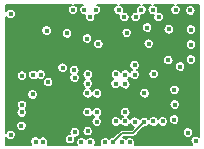
<source format=gbr>
G04 #@! TF.GenerationSoftware,KiCad,Pcbnew,(5.1.0)-1*
G04 #@! TF.CreationDate,2019-09-21T16:05:28-07:00*
G04 #@! TF.ProjectId,Miniscope-v4-wire-free,4d696e69-7363-46f7-9065-2d76342d7769,rev?*
G04 #@! TF.SameCoordinates,Original*
G04 #@! TF.FileFunction,Copper,L2,Inr*
G04 #@! TF.FilePolarity,Positive*
%FSLAX46Y46*%
G04 Gerber Fmt 4.6, Leading zero omitted, Abs format (unit mm)*
G04 Created by KiCad (PCBNEW (5.1.0)-1) date 2019-09-21 16:05:28*
%MOMM*%
%LPD*%
G04 APERTURE LIST*
%ADD10C,0.450000*%
%ADD11C,0.152400*%
G04 APERTURE END LIST*
D10*
X105267200Y-97466600D03*
X105241800Y-94926600D03*
X102676400Y-93732800D03*
X107502399Y-86874800D03*
X113039600Y-94173700D03*
X113039600Y-92539000D03*
X113903200Y-97390400D03*
X117433800Y-91142000D03*
X105394200Y-91142000D03*
X101736600Y-97441200D03*
X103463800Y-88017800D03*
X111398495Y-90948517D03*
X115681200Y-87967000D03*
X116697200Y-97339600D03*
X115630400Y-94901200D03*
X110674038Y-94173700D03*
X109102599Y-97517399D03*
X112455400Y-97492000D03*
X113293600Y-87763800D03*
X111566400Y-88221000D03*
X114614400Y-95714000D03*
X112252200Y-95739400D03*
X111439400Y-94926600D03*
X110626600Y-92539000D03*
X113065000Y-93326400D03*
X102676400Y-94952004D03*
X113776193Y-86265200D03*
X117002000Y-87941600D03*
X107731000Y-97492000D03*
X109737600Y-97492000D03*
X113827000Y-95714000D03*
X111439400Y-95714000D03*
X111439400Y-92564400D03*
X108239000Y-94926600D03*
X113039600Y-95764800D03*
X110403511Y-97492002D03*
X110652000Y-95714000D03*
X111820400Y-97492000D03*
X104784600Y-88017800D03*
X106511800Y-88246400D03*
X103844800Y-97415800D03*
X107019800Y-86265200D03*
X102701800Y-91853200D03*
X101729400Y-86620800D03*
X117408400Y-97365000D03*
X116087600Y-91065800D03*
X115579600Y-95561600D03*
X116748000Y-96653800D03*
X104911600Y-92386600D03*
X104276600Y-91751600D03*
X104479800Y-97441200D03*
X103641600Y-91777000D03*
X106765800Y-97212600D03*
X102651000Y-96095000D03*
X109051800Y-94952000D03*
X115605000Y-93047000D03*
X109026400Y-95739400D03*
X115630400Y-94291600D03*
X117002000Y-89211600D03*
X109051800Y-93326400D03*
X117002000Y-90481600D03*
X108239000Y-93326400D03*
X107172200Y-96628400D03*
X108493000Y-97492000D03*
X108271770Y-91742732D03*
X103590802Y-93428000D03*
X109153400Y-89160800D03*
X102701800Y-94317000D03*
X111159998Y-97492000D03*
X101736600Y-96857000D03*
X108260147Y-96535900D03*
X115706591Y-86265200D03*
X113429700Y-89135400D03*
X110880596Y-86265200D03*
X108213600Y-88703600D03*
X114258792Y-86874800D03*
X112226800Y-90948516D03*
X107984999Y-86265200D03*
X115079399Y-90526400D03*
X106130800Y-91167400D03*
X112328394Y-86874800D03*
X107146800Y-92005600D03*
X111363195Y-86874800D03*
X107121398Y-91370600D03*
X108467598Y-86874800D03*
X110652000Y-91728727D03*
X111439400Y-91751600D03*
X116951200Y-86316000D03*
X108950198Y-86265200D03*
X112226800Y-91751600D03*
X113852400Y-91700800D03*
X115131502Y-87907050D03*
X108264400Y-92513600D03*
X112810994Y-86265200D03*
D11*
X112814601Y-95989799D02*
X113039600Y-95764800D01*
X112099800Y-96704600D02*
X112814601Y-95989799D01*
X110403511Y-97492002D02*
X111190913Y-96704600D01*
X111190913Y-96704600D02*
X112099800Y-96704600D01*
G36*
X106887490Y-85829031D02*
G01*
X106804940Y-85863225D01*
X106730647Y-85912866D01*
X106667466Y-85976047D01*
X106617825Y-86050340D01*
X106583631Y-86132890D01*
X106566200Y-86220524D01*
X106566200Y-86309876D01*
X106583631Y-86397510D01*
X106617825Y-86480060D01*
X106667466Y-86554353D01*
X106730647Y-86617534D01*
X106804940Y-86667175D01*
X106887490Y-86701369D01*
X106975124Y-86718800D01*
X107064476Y-86718800D01*
X107152110Y-86701369D01*
X107234660Y-86667175D01*
X107308953Y-86617534D01*
X107372134Y-86554353D01*
X107421775Y-86480060D01*
X107455969Y-86397510D01*
X107473400Y-86309876D01*
X107473400Y-86220524D01*
X107455969Y-86132890D01*
X107421775Y-86050340D01*
X107372134Y-85976047D01*
X107308953Y-85912866D01*
X107234660Y-85863225D01*
X107152110Y-85829031D01*
X107137877Y-85826200D01*
X107866922Y-85826200D01*
X107852689Y-85829031D01*
X107770139Y-85863225D01*
X107695846Y-85912866D01*
X107632665Y-85976047D01*
X107583024Y-86050340D01*
X107548830Y-86132890D01*
X107531399Y-86220524D01*
X107531399Y-86309876D01*
X107548830Y-86397510D01*
X107583024Y-86480060D01*
X107632665Y-86554353D01*
X107695846Y-86617534D01*
X107770139Y-86667175D01*
X107852689Y-86701369D01*
X107940323Y-86718800D01*
X108029675Y-86718800D01*
X108042280Y-86716293D01*
X108031429Y-86742490D01*
X108013998Y-86830124D01*
X108013998Y-86919476D01*
X108031429Y-87007110D01*
X108065623Y-87089660D01*
X108115264Y-87163953D01*
X108178445Y-87227134D01*
X108252738Y-87276775D01*
X108335288Y-87310969D01*
X108422922Y-87328400D01*
X108512274Y-87328400D01*
X108599908Y-87310969D01*
X108682458Y-87276775D01*
X108756751Y-87227134D01*
X108819932Y-87163953D01*
X108869573Y-87089660D01*
X108903767Y-87007110D01*
X108921198Y-86919476D01*
X108921198Y-86830124D01*
X108903767Y-86742490D01*
X108892915Y-86716292D01*
X108905522Y-86718800D01*
X108994874Y-86718800D01*
X109082508Y-86701369D01*
X109165058Y-86667175D01*
X109239351Y-86617534D01*
X109302532Y-86554353D01*
X109352173Y-86480060D01*
X109386367Y-86397510D01*
X109403798Y-86309876D01*
X109403798Y-86220524D01*
X109386367Y-86132890D01*
X109352173Y-86050340D01*
X109302532Y-85976047D01*
X109239351Y-85912866D01*
X109165058Y-85863225D01*
X109082508Y-85829031D01*
X109068275Y-85826200D01*
X110762519Y-85826200D01*
X110748286Y-85829031D01*
X110665736Y-85863225D01*
X110591443Y-85912866D01*
X110528262Y-85976047D01*
X110478621Y-86050340D01*
X110444427Y-86132890D01*
X110426996Y-86220524D01*
X110426996Y-86309876D01*
X110444427Y-86397510D01*
X110478621Y-86480060D01*
X110528262Y-86554353D01*
X110591443Y-86617534D01*
X110665736Y-86667175D01*
X110748286Y-86701369D01*
X110835920Y-86718800D01*
X110925272Y-86718800D01*
X110937877Y-86716293D01*
X110927026Y-86742490D01*
X110909595Y-86830124D01*
X110909595Y-86919476D01*
X110927026Y-87007110D01*
X110961220Y-87089660D01*
X111010861Y-87163953D01*
X111074042Y-87227134D01*
X111148335Y-87276775D01*
X111230885Y-87310969D01*
X111318519Y-87328400D01*
X111407871Y-87328400D01*
X111495505Y-87310969D01*
X111578055Y-87276775D01*
X111652348Y-87227134D01*
X111715529Y-87163953D01*
X111765170Y-87089660D01*
X111799364Y-87007110D01*
X111816795Y-86919476D01*
X111816795Y-86830124D01*
X111799364Y-86742490D01*
X111765170Y-86659940D01*
X111715529Y-86585647D01*
X111652348Y-86522466D01*
X111578055Y-86472825D01*
X111495505Y-86438631D01*
X111407871Y-86421200D01*
X111318519Y-86421200D01*
X111305914Y-86423707D01*
X111316765Y-86397510D01*
X111334196Y-86309876D01*
X111334196Y-86220524D01*
X111316765Y-86132890D01*
X111282571Y-86050340D01*
X111232930Y-85976047D01*
X111169749Y-85912866D01*
X111095456Y-85863225D01*
X111012906Y-85829031D01*
X110998673Y-85826200D01*
X112692917Y-85826200D01*
X112678684Y-85829031D01*
X112596134Y-85863225D01*
X112521841Y-85912866D01*
X112458660Y-85976047D01*
X112409019Y-86050340D01*
X112374825Y-86132890D01*
X112357394Y-86220524D01*
X112357394Y-86309876D01*
X112374825Y-86397510D01*
X112385677Y-86423708D01*
X112373070Y-86421200D01*
X112283718Y-86421200D01*
X112196084Y-86438631D01*
X112113534Y-86472825D01*
X112039241Y-86522466D01*
X111976060Y-86585647D01*
X111926419Y-86659940D01*
X111892225Y-86742490D01*
X111874794Y-86830124D01*
X111874794Y-86919476D01*
X111892225Y-87007110D01*
X111926419Y-87089660D01*
X111976060Y-87163953D01*
X112039241Y-87227134D01*
X112113534Y-87276775D01*
X112196084Y-87310969D01*
X112283718Y-87328400D01*
X112373070Y-87328400D01*
X112460704Y-87310969D01*
X112543254Y-87276775D01*
X112617547Y-87227134D01*
X112680728Y-87163953D01*
X112730369Y-87089660D01*
X112764563Y-87007110D01*
X112781994Y-86919476D01*
X112781994Y-86830124D01*
X112764563Y-86742490D01*
X112753711Y-86716292D01*
X112766318Y-86718800D01*
X112855670Y-86718800D01*
X112943304Y-86701369D01*
X113025854Y-86667175D01*
X113100147Y-86617534D01*
X113163328Y-86554353D01*
X113212969Y-86480060D01*
X113247163Y-86397510D01*
X113264594Y-86309876D01*
X113264594Y-86220524D01*
X113247163Y-86132890D01*
X113212969Y-86050340D01*
X113163328Y-85976047D01*
X113100147Y-85912866D01*
X113025854Y-85863225D01*
X112943304Y-85829031D01*
X112929071Y-85826200D01*
X113658116Y-85826200D01*
X113643883Y-85829031D01*
X113561333Y-85863225D01*
X113487040Y-85912866D01*
X113423859Y-85976047D01*
X113374218Y-86050340D01*
X113340024Y-86132890D01*
X113322593Y-86220524D01*
X113322593Y-86309876D01*
X113340024Y-86397510D01*
X113374218Y-86480060D01*
X113423859Y-86554353D01*
X113487040Y-86617534D01*
X113561333Y-86667175D01*
X113643883Y-86701369D01*
X113731517Y-86718800D01*
X113820869Y-86718800D01*
X113833474Y-86716293D01*
X113822623Y-86742490D01*
X113805192Y-86830124D01*
X113805192Y-86919476D01*
X113822623Y-87007110D01*
X113856817Y-87089660D01*
X113906458Y-87163953D01*
X113969639Y-87227134D01*
X114043932Y-87276775D01*
X114126482Y-87310969D01*
X114214116Y-87328400D01*
X114303468Y-87328400D01*
X114391102Y-87310969D01*
X114473652Y-87276775D01*
X114547945Y-87227134D01*
X114611126Y-87163953D01*
X114660767Y-87089660D01*
X114694961Y-87007110D01*
X114712392Y-86919476D01*
X114712392Y-86830124D01*
X114694961Y-86742490D01*
X114660767Y-86659940D01*
X114611126Y-86585647D01*
X114547945Y-86522466D01*
X114473652Y-86472825D01*
X114391102Y-86438631D01*
X114303468Y-86421200D01*
X114214116Y-86421200D01*
X114201511Y-86423707D01*
X114212362Y-86397510D01*
X114229793Y-86309876D01*
X114229793Y-86220524D01*
X114212362Y-86132890D01*
X114178168Y-86050340D01*
X114128527Y-85976047D01*
X114065346Y-85912866D01*
X113991053Y-85863225D01*
X113908503Y-85829031D01*
X113894270Y-85826200D01*
X115588514Y-85826200D01*
X115574281Y-85829031D01*
X115491731Y-85863225D01*
X115417438Y-85912866D01*
X115354257Y-85976047D01*
X115304616Y-86050340D01*
X115270422Y-86132890D01*
X115252991Y-86220524D01*
X115252991Y-86309876D01*
X115270422Y-86397510D01*
X115304616Y-86480060D01*
X115354257Y-86554353D01*
X115417438Y-86617534D01*
X115491731Y-86667175D01*
X115574281Y-86701369D01*
X115661915Y-86718800D01*
X115751267Y-86718800D01*
X115838901Y-86701369D01*
X115921451Y-86667175D01*
X115995744Y-86617534D01*
X116058925Y-86554353D01*
X116108566Y-86480060D01*
X116142760Y-86397510D01*
X116160191Y-86309876D01*
X116160191Y-86271324D01*
X116497600Y-86271324D01*
X116497600Y-86360676D01*
X116515031Y-86448310D01*
X116549225Y-86530860D01*
X116598866Y-86605153D01*
X116662047Y-86668334D01*
X116736340Y-86717975D01*
X116818890Y-86752169D01*
X116906524Y-86769600D01*
X116995876Y-86769600D01*
X117083510Y-86752169D01*
X117166060Y-86717975D01*
X117240353Y-86668334D01*
X117303534Y-86605153D01*
X117353175Y-86530860D01*
X117387369Y-86448310D01*
X117404800Y-86360676D01*
X117404800Y-86271324D01*
X117387369Y-86183690D01*
X117353175Y-86101140D01*
X117303534Y-86026847D01*
X117240353Y-85963666D01*
X117166060Y-85914025D01*
X117083510Y-85879831D01*
X116995876Y-85862400D01*
X116906524Y-85862400D01*
X116818890Y-85879831D01*
X116736340Y-85914025D01*
X116662047Y-85963666D01*
X116598866Y-86026847D01*
X116549225Y-86101140D01*
X116515031Y-86183690D01*
X116497600Y-86271324D01*
X116160191Y-86271324D01*
X116160191Y-86220524D01*
X116142760Y-86132890D01*
X116108566Y-86050340D01*
X116058925Y-85976047D01*
X115995744Y-85912866D01*
X115921451Y-85863225D01*
X115838901Y-85829031D01*
X115824668Y-85826200D01*
X117673800Y-85826200D01*
X117673800Y-96996795D01*
X117623260Y-96963025D01*
X117540710Y-96928831D01*
X117453076Y-96911400D01*
X117363724Y-96911400D01*
X117276090Y-96928831D01*
X117193540Y-96963025D01*
X117119247Y-97012666D01*
X117056066Y-97075847D01*
X117006425Y-97150140D01*
X116972231Y-97232690D01*
X116954800Y-97320324D01*
X116954800Y-97409676D01*
X116972231Y-97497310D01*
X117006425Y-97579860D01*
X117056066Y-97654153D01*
X117075713Y-97673800D01*
X112236069Y-97673800D01*
X112256569Y-97624310D01*
X112274000Y-97536676D01*
X112274000Y-97447324D01*
X112256569Y-97359690D01*
X112222375Y-97277140D01*
X112172734Y-97202847D01*
X112109553Y-97139666D01*
X112035260Y-97090025D01*
X111952710Y-97055831D01*
X111865076Y-97038400D01*
X111775724Y-97038400D01*
X111688090Y-97055831D01*
X111605540Y-97090025D01*
X111531247Y-97139666D01*
X111490199Y-97180714D01*
X111449151Y-97139666D01*
X111374858Y-97090025D01*
X111292308Y-97055831D01*
X111274313Y-97052252D01*
X111317165Y-97009400D01*
X112084842Y-97009400D01*
X112099800Y-97010873D01*
X112114758Y-97009400D01*
X112114766Y-97009400D01*
X112159551Y-97004989D01*
X112217006Y-96987560D01*
X112269957Y-96959258D01*
X112316368Y-96921168D01*
X112325912Y-96909539D01*
X112626327Y-96609124D01*
X116294400Y-96609124D01*
X116294400Y-96698476D01*
X116311831Y-96786110D01*
X116346025Y-96868660D01*
X116395666Y-96942953D01*
X116458847Y-97006134D01*
X116533140Y-97055775D01*
X116615690Y-97089969D01*
X116703324Y-97107400D01*
X116792676Y-97107400D01*
X116880310Y-97089969D01*
X116962860Y-97055775D01*
X117037153Y-97006134D01*
X117100334Y-96942953D01*
X117149975Y-96868660D01*
X117184169Y-96786110D01*
X117201600Y-96698476D01*
X117201600Y-96609124D01*
X117184169Y-96521490D01*
X117149975Y-96438940D01*
X117100334Y-96364647D01*
X117037153Y-96301466D01*
X116962860Y-96251825D01*
X116880310Y-96217631D01*
X116792676Y-96200200D01*
X116703324Y-96200200D01*
X116615690Y-96217631D01*
X116533140Y-96251825D01*
X116458847Y-96301466D01*
X116395666Y-96364647D01*
X116346025Y-96438940D01*
X116311831Y-96521490D01*
X116294400Y-96609124D01*
X112626327Y-96609124D01*
X113017052Y-96218400D01*
X113084276Y-96218400D01*
X113171910Y-96200969D01*
X113254460Y-96166775D01*
X113328753Y-96117134D01*
X113391934Y-96053953D01*
X113441575Y-95979660D01*
X113448231Y-95963591D01*
X113474666Y-96003153D01*
X113537847Y-96066334D01*
X113612140Y-96115975D01*
X113694690Y-96150169D01*
X113782324Y-96167600D01*
X113871676Y-96167600D01*
X113959310Y-96150169D01*
X114041860Y-96115975D01*
X114116153Y-96066334D01*
X114179334Y-96003153D01*
X114220700Y-95941244D01*
X114262066Y-96003153D01*
X114325247Y-96066334D01*
X114399540Y-96115975D01*
X114482090Y-96150169D01*
X114569724Y-96167600D01*
X114659076Y-96167600D01*
X114746710Y-96150169D01*
X114829260Y-96115975D01*
X114903553Y-96066334D01*
X114966734Y-96003153D01*
X115016375Y-95928860D01*
X115050569Y-95846310D01*
X115068000Y-95758676D01*
X115068000Y-95669324D01*
X115050569Y-95581690D01*
X115023742Y-95516924D01*
X115126000Y-95516924D01*
X115126000Y-95606276D01*
X115143431Y-95693910D01*
X115177625Y-95776460D01*
X115227266Y-95850753D01*
X115290447Y-95913934D01*
X115364740Y-95963575D01*
X115447290Y-95997769D01*
X115534924Y-96015200D01*
X115624276Y-96015200D01*
X115711910Y-95997769D01*
X115794460Y-95963575D01*
X115868753Y-95913934D01*
X115931934Y-95850753D01*
X115981575Y-95776460D01*
X116015769Y-95693910D01*
X116033200Y-95606276D01*
X116033200Y-95516924D01*
X116015769Y-95429290D01*
X115981575Y-95346740D01*
X115931934Y-95272447D01*
X115868753Y-95209266D01*
X115794460Y-95159625D01*
X115711910Y-95125431D01*
X115624276Y-95108000D01*
X115534924Y-95108000D01*
X115447290Y-95125431D01*
X115364740Y-95159625D01*
X115290447Y-95209266D01*
X115227266Y-95272447D01*
X115177625Y-95346740D01*
X115143431Y-95429290D01*
X115126000Y-95516924D01*
X115023742Y-95516924D01*
X115016375Y-95499140D01*
X114966734Y-95424847D01*
X114903553Y-95361666D01*
X114829260Y-95312025D01*
X114746710Y-95277831D01*
X114659076Y-95260400D01*
X114569724Y-95260400D01*
X114482090Y-95277831D01*
X114399540Y-95312025D01*
X114325247Y-95361666D01*
X114262066Y-95424847D01*
X114220700Y-95486756D01*
X114179334Y-95424847D01*
X114116153Y-95361666D01*
X114041860Y-95312025D01*
X113959310Y-95277831D01*
X113871676Y-95260400D01*
X113782324Y-95260400D01*
X113694690Y-95277831D01*
X113612140Y-95312025D01*
X113537847Y-95361666D01*
X113474666Y-95424847D01*
X113425025Y-95499140D01*
X113418369Y-95515209D01*
X113391934Y-95475647D01*
X113328753Y-95412466D01*
X113254460Y-95362825D01*
X113171910Y-95328631D01*
X113084276Y-95311200D01*
X112994924Y-95311200D01*
X112907290Y-95328631D01*
X112824740Y-95362825D01*
X112750447Y-95412466D01*
X112687266Y-95475647D01*
X112654336Y-95524930D01*
X112654175Y-95524540D01*
X112604534Y-95450247D01*
X112541353Y-95387066D01*
X112467060Y-95337425D01*
X112384510Y-95303231D01*
X112296876Y-95285800D01*
X112207524Y-95285800D01*
X112119890Y-95303231D01*
X112037340Y-95337425D01*
X111963047Y-95387066D01*
X111899866Y-95450247D01*
X111851257Y-95522996D01*
X111841375Y-95499140D01*
X111791734Y-95424847D01*
X111728553Y-95361666D01*
X111666644Y-95320300D01*
X111728553Y-95278934D01*
X111791734Y-95215753D01*
X111841375Y-95141460D01*
X111875569Y-95058910D01*
X111893000Y-94971276D01*
X111893000Y-94881924D01*
X111875569Y-94794290D01*
X111841375Y-94711740D01*
X111791734Y-94637447D01*
X111728553Y-94574266D01*
X111654260Y-94524625D01*
X111571710Y-94490431D01*
X111484076Y-94473000D01*
X111394724Y-94473000D01*
X111307090Y-94490431D01*
X111224540Y-94524625D01*
X111150247Y-94574266D01*
X111087066Y-94637447D01*
X111037425Y-94711740D01*
X111003231Y-94794290D01*
X110985800Y-94881924D01*
X110985800Y-94971276D01*
X111003231Y-95058910D01*
X111037425Y-95141460D01*
X111087066Y-95215753D01*
X111150247Y-95278934D01*
X111212156Y-95320300D01*
X111150247Y-95361666D01*
X111087066Y-95424847D01*
X111045700Y-95486756D01*
X111004334Y-95424847D01*
X110941153Y-95361666D01*
X110866860Y-95312025D01*
X110784310Y-95277831D01*
X110696676Y-95260400D01*
X110607324Y-95260400D01*
X110519690Y-95277831D01*
X110437140Y-95312025D01*
X110362847Y-95361666D01*
X110299666Y-95424847D01*
X110250025Y-95499140D01*
X110215831Y-95581690D01*
X110198400Y-95669324D01*
X110198400Y-95758676D01*
X110215831Y-95846310D01*
X110250025Y-95928860D01*
X110299666Y-96003153D01*
X110362847Y-96066334D01*
X110437140Y-96115975D01*
X110519690Y-96150169D01*
X110607324Y-96167600D01*
X110696676Y-96167600D01*
X110784310Y-96150169D01*
X110866860Y-96115975D01*
X110941153Y-96066334D01*
X111004334Y-96003153D01*
X111045700Y-95941244D01*
X111087066Y-96003153D01*
X111150247Y-96066334D01*
X111224540Y-96115975D01*
X111307090Y-96150169D01*
X111394724Y-96167600D01*
X111484076Y-96167600D01*
X111571710Y-96150169D01*
X111654260Y-96115975D01*
X111728553Y-96066334D01*
X111791734Y-96003153D01*
X111840343Y-95930404D01*
X111850225Y-95954260D01*
X111899866Y-96028553D01*
X111963047Y-96091734D01*
X112037340Y-96141375D01*
X112119890Y-96175569D01*
X112184857Y-96188491D01*
X111973549Y-96399800D01*
X111205871Y-96399800D01*
X111190913Y-96398327D01*
X111175955Y-96399800D01*
X111175947Y-96399800D01*
X111131162Y-96404211D01*
X111073707Y-96421640D01*
X111020756Y-96449942D01*
X110974345Y-96488032D01*
X110964805Y-96499656D01*
X110426060Y-97038402D01*
X110358835Y-97038402D01*
X110271201Y-97055833D01*
X110188651Y-97090027D01*
X110114358Y-97139668D01*
X110070557Y-97183470D01*
X110026753Y-97139666D01*
X109952460Y-97090025D01*
X109869910Y-97055831D01*
X109782276Y-97038400D01*
X109692924Y-97038400D01*
X109605290Y-97055831D01*
X109522740Y-97090025D01*
X109448447Y-97139666D01*
X109385266Y-97202847D01*
X109335625Y-97277140D01*
X109301431Y-97359690D01*
X109284000Y-97447324D01*
X109284000Y-97536676D01*
X109301431Y-97624310D01*
X109321931Y-97673800D01*
X108908669Y-97673800D01*
X108929169Y-97624310D01*
X108946600Y-97536676D01*
X108946600Y-97447324D01*
X108929169Y-97359690D01*
X108894975Y-97277140D01*
X108845334Y-97202847D01*
X108782153Y-97139666D01*
X108707860Y-97090025D01*
X108625310Y-97055831D01*
X108537676Y-97038400D01*
X108448324Y-97038400D01*
X108360690Y-97055831D01*
X108278140Y-97090025D01*
X108203847Y-97139666D01*
X108140666Y-97202847D01*
X108112000Y-97245749D01*
X108083334Y-97202847D01*
X108020153Y-97139666D01*
X107945860Y-97090025D01*
X107863310Y-97055831D01*
X107775676Y-97038400D01*
X107686324Y-97038400D01*
X107598690Y-97055831D01*
X107516140Y-97090025D01*
X107441847Y-97139666D01*
X107378666Y-97202847D01*
X107329025Y-97277140D01*
X107294831Y-97359690D01*
X107277400Y-97447324D01*
X107277400Y-97536676D01*
X107294831Y-97624310D01*
X107315331Y-97673800D01*
X104869922Y-97673800D01*
X104881775Y-97656060D01*
X104915969Y-97573510D01*
X104933400Y-97485876D01*
X104933400Y-97396524D01*
X104915969Y-97308890D01*
X104881775Y-97226340D01*
X104842743Y-97167924D01*
X106312200Y-97167924D01*
X106312200Y-97257276D01*
X106329631Y-97344910D01*
X106363825Y-97427460D01*
X106413466Y-97501753D01*
X106476647Y-97564934D01*
X106550940Y-97614575D01*
X106633490Y-97648769D01*
X106721124Y-97666200D01*
X106810476Y-97666200D01*
X106898110Y-97648769D01*
X106980660Y-97614575D01*
X107054953Y-97564934D01*
X107118134Y-97501753D01*
X107167775Y-97427460D01*
X107201969Y-97344910D01*
X107219400Y-97257276D01*
X107219400Y-97167924D01*
X107202309Y-97082000D01*
X107216876Y-97082000D01*
X107304510Y-97064569D01*
X107387060Y-97030375D01*
X107461353Y-96980734D01*
X107524534Y-96917553D01*
X107574175Y-96843260D01*
X107608369Y-96760710D01*
X107625800Y-96673076D01*
X107625800Y-96583724D01*
X107608369Y-96496090D01*
X107606354Y-96491224D01*
X107806547Y-96491224D01*
X107806547Y-96580576D01*
X107823978Y-96668210D01*
X107858172Y-96750760D01*
X107907813Y-96825053D01*
X107970994Y-96888234D01*
X108045287Y-96937875D01*
X108127837Y-96972069D01*
X108215471Y-96989500D01*
X108304823Y-96989500D01*
X108392457Y-96972069D01*
X108475007Y-96937875D01*
X108549300Y-96888234D01*
X108612481Y-96825053D01*
X108662122Y-96750760D01*
X108696316Y-96668210D01*
X108713747Y-96580576D01*
X108713747Y-96491224D01*
X108696316Y-96403590D01*
X108662122Y-96321040D01*
X108612481Y-96246747D01*
X108549300Y-96183566D01*
X108475007Y-96133925D01*
X108392457Y-96099731D01*
X108304823Y-96082300D01*
X108215471Y-96082300D01*
X108127837Y-96099731D01*
X108045287Y-96133925D01*
X107970994Y-96183566D01*
X107907813Y-96246747D01*
X107858172Y-96321040D01*
X107823978Y-96403590D01*
X107806547Y-96491224D01*
X107606354Y-96491224D01*
X107574175Y-96413540D01*
X107524534Y-96339247D01*
X107461353Y-96276066D01*
X107387060Y-96226425D01*
X107304510Y-96192231D01*
X107216876Y-96174800D01*
X107127524Y-96174800D01*
X107039890Y-96192231D01*
X106957340Y-96226425D01*
X106883047Y-96276066D01*
X106819866Y-96339247D01*
X106770225Y-96413540D01*
X106736031Y-96496090D01*
X106718600Y-96583724D01*
X106718600Y-96673076D01*
X106735691Y-96759000D01*
X106721124Y-96759000D01*
X106633490Y-96776431D01*
X106550940Y-96810625D01*
X106476647Y-96860266D01*
X106413466Y-96923447D01*
X106363825Y-96997740D01*
X106329631Y-97080290D01*
X106312200Y-97167924D01*
X104842743Y-97167924D01*
X104832134Y-97152047D01*
X104768953Y-97088866D01*
X104694660Y-97039225D01*
X104612110Y-97005031D01*
X104524476Y-96987600D01*
X104435124Y-96987600D01*
X104347490Y-97005031D01*
X104264940Y-97039225D01*
X104190647Y-97088866D01*
X104175000Y-97104513D01*
X104133953Y-97063466D01*
X104059660Y-97013825D01*
X103977110Y-96979631D01*
X103889476Y-96962200D01*
X103800124Y-96962200D01*
X103712490Y-96979631D01*
X103629940Y-97013825D01*
X103555647Y-97063466D01*
X103492466Y-97126647D01*
X103442825Y-97200940D01*
X103408631Y-97283490D01*
X103391200Y-97371124D01*
X103391200Y-97460476D01*
X103408631Y-97548110D01*
X103442825Y-97630660D01*
X103471650Y-97673800D01*
X101326200Y-97673800D01*
X101326200Y-97051521D01*
X101334625Y-97071860D01*
X101384266Y-97146153D01*
X101447447Y-97209334D01*
X101521740Y-97258975D01*
X101604290Y-97293169D01*
X101691924Y-97310600D01*
X101781276Y-97310600D01*
X101868910Y-97293169D01*
X101951460Y-97258975D01*
X102025753Y-97209334D01*
X102088934Y-97146153D01*
X102138575Y-97071860D01*
X102172769Y-96989310D01*
X102190200Y-96901676D01*
X102190200Y-96812324D01*
X102172769Y-96724690D01*
X102138575Y-96642140D01*
X102088934Y-96567847D01*
X102025753Y-96504666D01*
X101951460Y-96455025D01*
X101868910Y-96420831D01*
X101781276Y-96403400D01*
X101691924Y-96403400D01*
X101604290Y-96420831D01*
X101521740Y-96455025D01*
X101447447Y-96504666D01*
X101384266Y-96567847D01*
X101334625Y-96642140D01*
X101326200Y-96662479D01*
X101326200Y-96050324D01*
X102197400Y-96050324D01*
X102197400Y-96139676D01*
X102214831Y-96227310D01*
X102249025Y-96309860D01*
X102298666Y-96384153D01*
X102361847Y-96447334D01*
X102436140Y-96496975D01*
X102518690Y-96531169D01*
X102606324Y-96548600D01*
X102695676Y-96548600D01*
X102783310Y-96531169D01*
X102865860Y-96496975D01*
X102940153Y-96447334D01*
X103003334Y-96384153D01*
X103052975Y-96309860D01*
X103087169Y-96227310D01*
X103104600Y-96139676D01*
X103104600Y-96050324D01*
X103087169Y-95962690D01*
X103052975Y-95880140D01*
X103003334Y-95805847D01*
X102940153Y-95742666D01*
X102865860Y-95693025D01*
X102783310Y-95658831D01*
X102695676Y-95641400D01*
X102606324Y-95641400D01*
X102518690Y-95658831D01*
X102436140Y-95693025D01*
X102361847Y-95742666D01*
X102298666Y-95805847D01*
X102249025Y-95880140D01*
X102214831Y-95962690D01*
X102197400Y-96050324D01*
X101326200Y-96050324D01*
X101326200Y-94907328D01*
X102222800Y-94907328D01*
X102222800Y-94996680D01*
X102240231Y-95084314D01*
X102274425Y-95166864D01*
X102324066Y-95241157D01*
X102387247Y-95304338D01*
X102461540Y-95353979D01*
X102544090Y-95388173D01*
X102631724Y-95405604D01*
X102721076Y-95405604D01*
X102808710Y-95388173D01*
X102891260Y-95353979D01*
X102965553Y-95304338D01*
X103028734Y-95241157D01*
X103078375Y-95166864D01*
X103112569Y-95084314D01*
X103130000Y-94996680D01*
X103130000Y-94907328D01*
X103124947Y-94881924D01*
X107785400Y-94881924D01*
X107785400Y-94971276D01*
X107802831Y-95058910D01*
X107837025Y-95141460D01*
X107886666Y-95215753D01*
X107949847Y-95278934D01*
X108024140Y-95328575D01*
X108106690Y-95362769D01*
X108194324Y-95380200D01*
X108283676Y-95380200D01*
X108371310Y-95362769D01*
X108453860Y-95328575D01*
X108528153Y-95278934D01*
X108591334Y-95215753D01*
X108639943Y-95143004D01*
X108649825Y-95166860D01*
X108699466Y-95241153D01*
X108762647Y-95304334D01*
X108811930Y-95337264D01*
X108811540Y-95337425D01*
X108737247Y-95387066D01*
X108674066Y-95450247D01*
X108624425Y-95524540D01*
X108590231Y-95607090D01*
X108572800Y-95694724D01*
X108572800Y-95784076D01*
X108590231Y-95871710D01*
X108624425Y-95954260D01*
X108674066Y-96028553D01*
X108737247Y-96091734D01*
X108811540Y-96141375D01*
X108894090Y-96175569D01*
X108981724Y-96193000D01*
X109071076Y-96193000D01*
X109158710Y-96175569D01*
X109241260Y-96141375D01*
X109315553Y-96091734D01*
X109378734Y-96028553D01*
X109428375Y-95954260D01*
X109462569Y-95871710D01*
X109480000Y-95784076D01*
X109480000Y-95694724D01*
X109462569Y-95607090D01*
X109428375Y-95524540D01*
X109378734Y-95450247D01*
X109315553Y-95387066D01*
X109266270Y-95354136D01*
X109266660Y-95353975D01*
X109340953Y-95304334D01*
X109404134Y-95241153D01*
X109453775Y-95166860D01*
X109487969Y-95084310D01*
X109505400Y-94996676D01*
X109505400Y-94907324D01*
X109487969Y-94819690D01*
X109453775Y-94737140D01*
X109404134Y-94662847D01*
X109340953Y-94599666D01*
X109266660Y-94550025D01*
X109184110Y-94515831D01*
X109096476Y-94498400D01*
X109007124Y-94498400D01*
X108919490Y-94515831D01*
X108836940Y-94550025D01*
X108762647Y-94599666D01*
X108699466Y-94662847D01*
X108650857Y-94735596D01*
X108640975Y-94711740D01*
X108591334Y-94637447D01*
X108528153Y-94574266D01*
X108453860Y-94524625D01*
X108371310Y-94490431D01*
X108283676Y-94473000D01*
X108194324Y-94473000D01*
X108106690Y-94490431D01*
X108024140Y-94524625D01*
X107949847Y-94574266D01*
X107886666Y-94637447D01*
X107837025Y-94711740D01*
X107802831Y-94794290D01*
X107785400Y-94881924D01*
X103124947Y-94881924D01*
X103112569Y-94819694D01*
X103078375Y-94737144D01*
X103028734Y-94662851D01*
X103013085Y-94647202D01*
X103054134Y-94606153D01*
X103103775Y-94531860D01*
X103137969Y-94449310D01*
X103155400Y-94361676D01*
X103155400Y-94272324D01*
X103150348Y-94246924D01*
X115176800Y-94246924D01*
X115176800Y-94336276D01*
X115194231Y-94423910D01*
X115228425Y-94506460D01*
X115278066Y-94580753D01*
X115341247Y-94643934D01*
X115415540Y-94693575D01*
X115498090Y-94727769D01*
X115585724Y-94745200D01*
X115675076Y-94745200D01*
X115762710Y-94727769D01*
X115845260Y-94693575D01*
X115919553Y-94643934D01*
X115982734Y-94580753D01*
X116032375Y-94506460D01*
X116066569Y-94423910D01*
X116084000Y-94336276D01*
X116084000Y-94246924D01*
X116066569Y-94159290D01*
X116032375Y-94076740D01*
X115982734Y-94002447D01*
X115919553Y-93939266D01*
X115845260Y-93889625D01*
X115762710Y-93855431D01*
X115675076Y-93838000D01*
X115585724Y-93838000D01*
X115498090Y-93855431D01*
X115415540Y-93889625D01*
X115341247Y-93939266D01*
X115278066Y-94002447D01*
X115228425Y-94076740D01*
X115194231Y-94159290D01*
X115176800Y-94246924D01*
X103150348Y-94246924D01*
X103137969Y-94184690D01*
X103103775Y-94102140D01*
X103054134Y-94027847D01*
X102990953Y-93964666D01*
X102916660Y-93915025D01*
X102834110Y-93880831D01*
X102746476Y-93863400D01*
X102657124Y-93863400D01*
X102569490Y-93880831D01*
X102486940Y-93915025D01*
X102412647Y-93964666D01*
X102349466Y-94027847D01*
X102299825Y-94102140D01*
X102265631Y-94184690D01*
X102248200Y-94272324D01*
X102248200Y-94361676D01*
X102265631Y-94449310D01*
X102299825Y-94531860D01*
X102349466Y-94606153D01*
X102365115Y-94621802D01*
X102324066Y-94662851D01*
X102274425Y-94737144D01*
X102240231Y-94819694D01*
X102222800Y-94907328D01*
X101326200Y-94907328D01*
X101326200Y-93383324D01*
X103137202Y-93383324D01*
X103137202Y-93472676D01*
X103154633Y-93560310D01*
X103188827Y-93642860D01*
X103238468Y-93717153D01*
X103301649Y-93780334D01*
X103375942Y-93829975D01*
X103458492Y-93864169D01*
X103546126Y-93881600D01*
X103635478Y-93881600D01*
X103723112Y-93864169D01*
X103805662Y-93829975D01*
X103879955Y-93780334D01*
X103943136Y-93717153D01*
X103992777Y-93642860D01*
X104026971Y-93560310D01*
X104044402Y-93472676D01*
X104044402Y-93383324D01*
X104026971Y-93295690D01*
X104021186Y-93281724D01*
X107785400Y-93281724D01*
X107785400Y-93371076D01*
X107802831Y-93458710D01*
X107837025Y-93541260D01*
X107886666Y-93615553D01*
X107949847Y-93678734D01*
X108024140Y-93728375D01*
X108106690Y-93762569D01*
X108194324Y-93780000D01*
X108283676Y-93780000D01*
X108371310Y-93762569D01*
X108453860Y-93728375D01*
X108528153Y-93678734D01*
X108591334Y-93615553D01*
X108640975Y-93541260D01*
X108645400Y-93530577D01*
X108649825Y-93541260D01*
X108699466Y-93615553D01*
X108762647Y-93678734D01*
X108836940Y-93728375D01*
X108919490Y-93762569D01*
X109007124Y-93780000D01*
X109096476Y-93780000D01*
X109184110Y-93762569D01*
X109266660Y-93728375D01*
X109340953Y-93678734D01*
X109404134Y-93615553D01*
X109453775Y-93541260D01*
X109487969Y-93458710D01*
X109505400Y-93371076D01*
X109505400Y-93281724D01*
X112611400Y-93281724D01*
X112611400Y-93371076D01*
X112628831Y-93458710D01*
X112663025Y-93541260D01*
X112712666Y-93615553D01*
X112775847Y-93678734D01*
X112850140Y-93728375D01*
X112932690Y-93762569D01*
X113020324Y-93780000D01*
X113109676Y-93780000D01*
X113197310Y-93762569D01*
X113279860Y-93728375D01*
X113354153Y-93678734D01*
X113417334Y-93615553D01*
X113466975Y-93541260D01*
X113501169Y-93458710D01*
X113518600Y-93371076D01*
X113518600Y-93281724D01*
X113501169Y-93194090D01*
X113466975Y-93111540D01*
X113417334Y-93037247D01*
X113382411Y-93002324D01*
X115151400Y-93002324D01*
X115151400Y-93091676D01*
X115168831Y-93179310D01*
X115203025Y-93261860D01*
X115252666Y-93336153D01*
X115315847Y-93399334D01*
X115390140Y-93448975D01*
X115472690Y-93483169D01*
X115560324Y-93500600D01*
X115649676Y-93500600D01*
X115737310Y-93483169D01*
X115819860Y-93448975D01*
X115894153Y-93399334D01*
X115957334Y-93336153D01*
X116006975Y-93261860D01*
X116041169Y-93179310D01*
X116058600Y-93091676D01*
X116058600Y-93002324D01*
X116041169Y-92914690D01*
X116006975Y-92832140D01*
X115957334Y-92757847D01*
X115894153Y-92694666D01*
X115819860Y-92645025D01*
X115737310Y-92610831D01*
X115649676Y-92593400D01*
X115560324Y-92593400D01*
X115472690Y-92610831D01*
X115390140Y-92645025D01*
X115315847Y-92694666D01*
X115252666Y-92757847D01*
X115203025Y-92832140D01*
X115168831Y-92914690D01*
X115151400Y-93002324D01*
X113382411Y-93002324D01*
X113354153Y-92974066D01*
X113279860Y-92924425D01*
X113197310Y-92890231D01*
X113109676Y-92872800D01*
X113020324Y-92872800D01*
X112932690Y-92890231D01*
X112850140Y-92924425D01*
X112775847Y-92974066D01*
X112712666Y-93037247D01*
X112663025Y-93111540D01*
X112628831Y-93194090D01*
X112611400Y-93281724D01*
X109505400Y-93281724D01*
X109487969Y-93194090D01*
X109453775Y-93111540D01*
X109404134Y-93037247D01*
X109340953Y-92974066D01*
X109266660Y-92924425D01*
X109184110Y-92890231D01*
X109096476Y-92872800D01*
X109007124Y-92872800D01*
X108919490Y-92890231D01*
X108836940Y-92924425D01*
X108762647Y-92974066D01*
X108699466Y-93037247D01*
X108649825Y-93111540D01*
X108645400Y-93122223D01*
X108640975Y-93111540D01*
X108591334Y-93037247D01*
X108528153Y-92974066D01*
X108455404Y-92925457D01*
X108479260Y-92915575D01*
X108553553Y-92865934D01*
X108616734Y-92802753D01*
X108666375Y-92728460D01*
X108700569Y-92645910D01*
X108718000Y-92558276D01*
X108718000Y-92494324D01*
X110173000Y-92494324D01*
X110173000Y-92583676D01*
X110190431Y-92671310D01*
X110224625Y-92753860D01*
X110274266Y-92828153D01*
X110337447Y-92891334D01*
X110411740Y-92940975D01*
X110494290Y-92975169D01*
X110581924Y-92992600D01*
X110671276Y-92992600D01*
X110758910Y-92975169D01*
X110841460Y-92940975D01*
X110915753Y-92891334D01*
X110978934Y-92828153D01*
X111027543Y-92755404D01*
X111037425Y-92779260D01*
X111087066Y-92853553D01*
X111150247Y-92916734D01*
X111224540Y-92966375D01*
X111307090Y-93000569D01*
X111394724Y-93018000D01*
X111484076Y-93018000D01*
X111571710Y-93000569D01*
X111654260Y-92966375D01*
X111728553Y-92916734D01*
X111791734Y-92853553D01*
X111841375Y-92779260D01*
X111875569Y-92696710D01*
X111893000Y-92609076D01*
X111893000Y-92519724D01*
X111875569Y-92432090D01*
X111841375Y-92349540D01*
X111791734Y-92275247D01*
X111728553Y-92212066D01*
X111654260Y-92162425D01*
X111643577Y-92158000D01*
X111654260Y-92153575D01*
X111728553Y-92103934D01*
X111791734Y-92040753D01*
X111833100Y-91978844D01*
X111874466Y-92040753D01*
X111937647Y-92103934D01*
X112011940Y-92153575D01*
X112094490Y-92187769D01*
X112182124Y-92205200D01*
X112271476Y-92205200D01*
X112359110Y-92187769D01*
X112441660Y-92153575D01*
X112515953Y-92103934D01*
X112579134Y-92040753D01*
X112628775Y-91966460D01*
X112662969Y-91883910D01*
X112680400Y-91796276D01*
X112680400Y-91706924D01*
X112670296Y-91656124D01*
X113398800Y-91656124D01*
X113398800Y-91745476D01*
X113416231Y-91833110D01*
X113450425Y-91915660D01*
X113500066Y-91989953D01*
X113563247Y-92053134D01*
X113637540Y-92102775D01*
X113720090Y-92136969D01*
X113807724Y-92154400D01*
X113897076Y-92154400D01*
X113984710Y-92136969D01*
X114067260Y-92102775D01*
X114141553Y-92053134D01*
X114204734Y-91989953D01*
X114254375Y-91915660D01*
X114288569Y-91833110D01*
X114306000Y-91745476D01*
X114306000Y-91656124D01*
X114288569Y-91568490D01*
X114254375Y-91485940D01*
X114204734Y-91411647D01*
X114141553Y-91348466D01*
X114067260Y-91298825D01*
X113984710Y-91264631D01*
X113897076Y-91247200D01*
X113807724Y-91247200D01*
X113720090Y-91264631D01*
X113637540Y-91298825D01*
X113563247Y-91348466D01*
X113500066Y-91411647D01*
X113450425Y-91485940D01*
X113416231Y-91568490D01*
X113398800Y-91656124D01*
X112670296Y-91656124D01*
X112662969Y-91619290D01*
X112628775Y-91536740D01*
X112579134Y-91462447D01*
X112515953Y-91399266D01*
X112442308Y-91350058D01*
X112515953Y-91300850D01*
X112579134Y-91237669D01*
X112628775Y-91163376D01*
X112662969Y-91080826D01*
X112674844Y-91021124D01*
X115634000Y-91021124D01*
X115634000Y-91110476D01*
X115651431Y-91198110D01*
X115685625Y-91280660D01*
X115735266Y-91354953D01*
X115798447Y-91418134D01*
X115872740Y-91467775D01*
X115955290Y-91501969D01*
X116042924Y-91519400D01*
X116132276Y-91519400D01*
X116219910Y-91501969D01*
X116302460Y-91467775D01*
X116376753Y-91418134D01*
X116439934Y-91354953D01*
X116489575Y-91280660D01*
X116523769Y-91198110D01*
X116541200Y-91110476D01*
X116541200Y-91021124D01*
X116523769Y-90933490D01*
X116489575Y-90850940D01*
X116439934Y-90776647D01*
X116376753Y-90713466D01*
X116302460Y-90663825D01*
X116219910Y-90629631D01*
X116132276Y-90612200D01*
X116042924Y-90612200D01*
X115955290Y-90629631D01*
X115872740Y-90663825D01*
X115798447Y-90713466D01*
X115735266Y-90776647D01*
X115685625Y-90850940D01*
X115651431Y-90933490D01*
X115634000Y-91021124D01*
X112674844Y-91021124D01*
X112680400Y-90993192D01*
X112680400Y-90903840D01*
X112662969Y-90816206D01*
X112628775Y-90733656D01*
X112579134Y-90659363D01*
X112515953Y-90596182D01*
X112441660Y-90546541D01*
X112359110Y-90512347D01*
X112271476Y-90494916D01*
X112182124Y-90494916D01*
X112094490Y-90512347D01*
X112011940Y-90546541D01*
X111937647Y-90596182D01*
X111874466Y-90659363D01*
X111824825Y-90733656D01*
X111790631Y-90816206D01*
X111773200Y-90903840D01*
X111773200Y-90993192D01*
X111790631Y-91080826D01*
X111824825Y-91163376D01*
X111874466Y-91237669D01*
X111937647Y-91300850D01*
X112011292Y-91350058D01*
X111937647Y-91399266D01*
X111874466Y-91462447D01*
X111833100Y-91524356D01*
X111791734Y-91462447D01*
X111728553Y-91399266D01*
X111654260Y-91349625D01*
X111571710Y-91315431D01*
X111484076Y-91298000D01*
X111394724Y-91298000D01*
X111307090Y-91315431D01*
X111224540Y-91349625D01*
X111150247Y-91399266D01*
X111087066Y-91462447D01*
X111053342Y-91512919D01*
X111004334Y-91439574D01*
X110941153Y-91376393D01*
X110866860Y-91326752D01*
X110784310Y-91292558D01*
X110696676Y-91275127D01*
X110607324Y-91275127D01*
X110519690Y-91292558D01*
X110437140Y-91326752D01*
X110362847Y-91376393D01*
X110299666Y-91439574D01*
X110250025Y-91513867D01*
X110215831Y-91596417D01*
X110198400Y-91684051D01*
X110198400Y-91773403D01*
X110215831Y-91861037D01*
X110250025Y-91943587D01*
X110299666Y-92017880D01*
X110362847Y-92081061D01*
X110433261Y-92128110D01*
X110411740Y-92137025D01*
X110337447Y-92186666D01*
X110274266Y-92249847D01*
X110224625Y-92324140D01*
X110190431Y-92406690D01*
X110173000Y-92494324D01*
X108718000Y-92494324D01*
X108718000Y-92468924D01*
X108700569Y-92381290D01*
X108666375Y-92298740D01*
X108616734Y-92224447D01*
X108553553Y-92161266D01*
X108507700Y-92130628D01*
X108560923Y-92095066D01*
X108624104Y-92031885D01*
X108673745Y-91957592D01*
X108707939Y-91875042D01*
X108725370Y-91787408D01*
X108725370Y-91698056D01*
X108707939Y-91610422D01*
X108673745Y-91527872D01*
X108624104Y-91453579D01*
X108560923Y-91390398D01*
X108486630Y-91340757D01*
X108404080Y-91306563D01*
X108316446Y-91289132D01*
X108227094Y-91289132D01*
X108139460Y-91306563D01*
X108056910Y-91340757D01*
X107982617Y-91390398D01*
X107919436Y-91453579D01*
X107869795Y-91527872D01*
X107835601Y-91610422D01*
X107818170Y-91698056D01*
X107818170Y-91787408D01*
X107835601Y-91875042D01*
X107869795Y-91957592D01*
X107919436Y-92031885D01*
X107982617Y-92095066D01*
X108028470Y-92125704D01*
X107975247Y-92161266D01*
X107912066Y-92224447D01*
X107862425Y-92298740D01*
X107828231Y-92381290D01*
X107810800Y-92468924D01*
X107810800Y-92558276D01*
X107828231Y-92645910D01*
X107862425Y-92728460D01*
X107912066Y-92802753D01*
X107975247Y-92865934D01*
X108047996Y-92914543D01*
X108024140Y-92924425D01*
X107949847Y-92974066D01*
X107886666Y-93037247D01*
X107837025Y-93111540D01*
X107802831Y-93194090D01*
X107785400Y-93281724D01*
X104021186Y-93281724D01*
X103992777Y-93213140D01*
X103943136Y-93138847D01*
X103879955Y-93075666D01*
X103805662Y-93026025D01*
X103723112Y-92991831D01*
X103635478Y-92974400D01*
X103546126Y-92974400D01*
X103458492Y-92991831D01*
X103375942Y-93026025D01*
X103301649Y-93075666D01*
X103238468Y-93138847D01*
X103188827Y-93213140D01*
X103154633Y-93295690D01*
X103137202Y-93383324D01*
X101326200Y-93383324D01*
X101326200Y-91808524D01*
X102248200Y-91808524D01*
X102248200Y-91897876D01*
X102265631Y-91985510D01*
X102299825Y-92068060D01*
X102349466Y-92142353D01*
X102412647Y-92205534D01*
X102486940Y-92255175D01*
X102569490Y-92289369D01*
X102657124Y-92306800D01*
X102746476Y-92306800D01*
X102834110Y-92289369D01*
X102916660Y-92255175D01*
X102990953Y-92205534D01*
X103054134Y-92142353D01*
X103103775Y-92068060D01*
X103137969Y-91985510D01*
X103155400Y-91897876D01*
X103155400Y-91808524D01*
X103140244Y-91732324D01*
X103188000Y-91732324D01*
X103188000Y-91821676D01*
X103205431Y-91909310D01*
X103239625Y-91991860D01*
X103289266Y-92066153D01*
X103352447Y-92129334D01*
X103426740Y-92178975D01*
X103509290Y-92213169D01*
X103596924Y-92230600D01*
X103686276Y-92230600D01*
X103773910Y-92213169D01*
X103856460Y-92178975D01*
X103930753Y-92129334D01*
X103971800Y-92088287D01*
X103987447Y-92103934D01*
X104061740Y-92153575D01*
X104144290Y-92187769D01*
X104231924Y-92205200D01*
X104321276Y-92205200D01*
X104408910Y-92187769D01*
X104491460Y-92153575D01*
X104546203Y-92116997D01*
X104509625Y-92171740D01*
X104475431Y-92254290D01*
X104458000Y-92341924D01*
X104458000Y-92431276D01*
X104475431Y-92518910D01*
X104509625Y-92601460D01*
X104559266Y-92675753D01*
X104622447Y-92738934D01*
X104696740Y-92788575D01*
X104779290Y-92822769D01*
X104866924Y-92840200D01*
X104956276Y-92840200D01*
X105043910Y-92822769D01*
X105126460Y-92788575D01*
X105200753Y-92738934D01*
X105263934Y-92675753D01*
X105313575Y-92601460D01*
X105347769Y-92518910D01*
X105365200Y-92431276D01*
X105365200Y-92341924D01*
X105347769Y-92254290D01*
X105313575Y-92171740D01*
X105263934Y-92097447D01*
X105200753Y-92034266D01*
X105126460Y-91984625D01*
X105043910Y-91950431D01*
X104956276Y-91933000D01*
X104866924Y-91933000D01*
X104779290Y-91950431D01*
X104696740Y-91984625D01*
X104641997Y-92021203D01*
X104678575Y-91966460D01*
X104712769Y-91883910D01*
X104730200Y-91796276D01*
X104730200Y-91706924D01*
X104712769Y-91619290D01*
X104678575Y-91536740D01*
X104628934Y-91462447D01*
X104565753Y-91399266D01*
X104491460Y-91349625D01*
X104408910Y-91315431D01*
X104321276Y-91298000D01*
X104231924Y-91298000D01*
X104144290Y-91315431D01*
X104061740Y-91349625D01*
X103987447Y-91399266D01*
X103946400Y-91440313D01*
X103930753Y-91424666D01*
X103856460Y-91375025D01*
X103773910Y-91340831D01*
X103686276Y-91323400D01*
X103596924Y-91323400D01*
X103509290Y-91340831D01*
X103426740Y-91375025D01*
X103352447Y-91424666D01*
X103289266Y-91487847D01*
X103239625Y-91562140D01*
X103205431Y-91644690D01*
X103188000Y-91732324D01*
X103140244Y-91732324D01*
X103137969Y-91720890D01*
X103103775Y-91638340D01*
X103054134Y-91564047D01*
X102990953Y-91500866D01*
X102916660Y-91451225D01*
X102834110Y-91417031D01*
X102746476Y-91399600D01*
X102657124Y-91399600D01*
X102569490Y-91417031D01*
X102486940Y-91451225D01*
X102412647Y-91500866D01*
X102349466Y-91564047D01*
X102299825Y-91638340D01*
X102265631Y-91720890D01*
X102248200Y-91808524D01*
X101326200Y-91808524D01*
X101326200Y-91122724D01*
X105677200Y-91122724D01*
X105677200Y-91212076D01*
X105694631Y-91299710D01*
X105728825Y-91382260D01*
X105778466Y-91456553D01*
X105841647Y-91519734D01*
X105915940Y-91569375D01*
X105998490Y-91603569D01*
X106086124Y-91621000D01*
X106175476Y-91621000D01*
X106263110Y-91603569D01*
X106345660Y-91569375D01*
X106419953Y-91519734D01*
X106483134Y-91456553D01*
X106532775Y-91382260D01*
X106556110Y-91325924D01*
X106667798Y-91325924D01*
X106667798Y-91415276D01*
X106685229Y-91502910D01*
X106719423Y-91585460D01*
X106769064Y-91659753D01*
X106810112Y-91700801D01*
X106794466Y-91716447D01*
X106744825Y-91790740D01*
X106710631Y-91873290D01*
X106693200Y-91960924D01*
X106693200Y-92050276D01*
X106710631Y-92137910D01*
X106744825Y-92220460D01*
X106794466Y-92294753D01*
X106857647Y-92357934D01*
X106931940Y-92407575D01*
X107014490Y-92441769D01*
X107102124Y-92459200D01*
X107191476Y-92459200D01*
X107279110Y-92441769D01*
X107361660Y-92407575D01*
X107435953Y-92357934D01*
X107499134Y-92294753D01*
X107548775Y-92220460D01*
X107582969Y-92137910D01*
X107600400Y-92050276D01*
X107600400Y-91960924D01*
X107582969Y-91873290D01*
X107548775Y-91790740D01*
X107499134Y-91716447D01*
X107458086Y-91675399D01*
X107473732Y-91659753D01*
X107523373Y-91585460D01*
X107557567Y-91502910D01*
X107574998Y-91415276D01*
X107574998Y-91325924D01*
X107557567Y-91238290D01*
X107523373Y-91155740D01*
X107473732Y-91081447D01*
X107410551Y-91018266D01*
X107336258Y-90968625D01*
X107253708Y-90934431D01*
X107166074Y-90917000D01*
X107076722Y-90917000D01*
X106989088Y-90934431D01*
X106906538Y-90968625D01*
X106832245Y-91018266D01*
X106769064Y-91081447D01*
X106719423Y-91155740D01*
X106685229Y-91238290D01*
X106667798Y-91325924D01*
X106556110Y-91325924D01*
X106566969Y-91299710D01*
X106584400Y-91212076D01*
X106584400Y-91122724D01*
X106566969Y-91035090D01*
X106532775Y-90952540D01*
X106483134Y-90878247D01*
X106419953Y-90815066D01*
X106345660Y-90765425D01*
X106263110Y-90731231D01*
X106175476Y-90713800D01*
X106086124Y-90713800D01*
X105998490Y-90731231D01*
X105915940Y-90765425D01*
X105841647Y-90815066D01*
X105778466Y-90878247D01*
X105728825Y-90952540D01*
X105694631Y-91035090D01*
X105677200Y-91122724D01*
X101326200Y-91122724D01*
X101326200Y-90481724D01*
X114625799Y-90481724D01*
X114625799Y-90571076D01*
X114643230Y-90658710D01*
X114677424Y-90741260D01*
X114727065Y-90815553D01*
X114790246Y-90878734D01*
X114864539Y-90928375D01*
X114947089Y-90962569D01*
X115034723Y-90980000D01*
X115124075Y-90980000D01*
X115211709Y-90962569D01*
X115294259Y-90928375D01*
X115368552Y-90878734D01*
X115431733Y-90815553D01*
X115481374Y-90741260D01*
X115515568Y-90658710D01*
X115532999Y-90571076D01*
X115532999Y-90481724D01*
X115524088Y-90436924D01*
X116548400Y-90436924D01*
X116548400Y-90526276D01*
X116565831Y-90613910D01*
X116600025Y-90696460D01*
X116649666Y-90770753D01*
X116712847Y-90833934D01*
X116787140Y-90883575D01*
X116869690Y-90917769D01*
X116957324Y-90935200D01*
X117046676Y-90935200D01*
X117134310Y-90917769D01*
X117216860Y-90883575D01*
X117291153Y-90833934D01*
X117354334Y-90770753D01*
X117403975Y-90696460D01*
X117438169Y-90613910D01*
X117455600Y-90526276D01*
X117455600Y-90436924D01*
X117438169Y-90349290D01*
X117403975Y-90266740D01*
X117354334Y-90192447D01*
X117291153Y-90129266D01*
X117216860Y-90079625D01*
X117134310Y-90045431D01*
X117046676Y-90028000D01*
X116957324Y-90028000D01*
X116869690Y-90045431D01*
X116787140Y-90079625D01*
X116712847Y-90129266D01*
X116649666Y-90192447D01*
X116600025Y-90266740D01*
X116565831Y-90349290D01*
X116548400Y-90436924D01*
X115524088Y-90436924D01*
X115515568Y-90394090D01*
X115481374Y-90311540D01*
X115431733Y-90237247D01*
X115368552Y-90174066D01*
X115294259Y-90124425D01*
X115211709Y-90090231D01*
X115124075Y-90072800D01*
X115034723Y-90072800D01*
X114947089Y-90090231D01*
X114864539Y-90124425D01*
X114790246Y-90174066D01*
X114727065Y-90237247D01*
X114677424Y-90311540D01*
X114643230Y-90394090D01*
X114625799Y-90481724D01*
X101326200Y-90481724D01*
X101326200Y-87973124D01*
X104331000Y-87973124D01*
X104331000Y-88062476D01*
X104348431Y-88150110D01*
X104382625Y-88232660D01*
X104432266Y-88306953D01*
X104495447Y-88370134D01*
X104569740Y-88419775D01*
X104652290Y-88453969D01*
X104739924Y-88471400D01*
X104829276Y-88471400D01*
X104916910Y-88453969D01*
X104999460Y-88419775D01*
X105073753Y-88370134D01*
X105136934Y-88306953D01*
X105186575Y-88232660D01*
X105199389Y-88201724D01*
X106058200Y-88201724D01*
X106058200Y-88291076D01*
X106075631Y-88378710D01*
X106109825Y-88461260D01*
X106159466Y-88535553D01*
X106222647Y-88598734D01*
X106296940Y-88648375D01*
X106379490Y-88682569D01*
X106467124Y-88700000D01*
X106556476Y-88700000D01*
X106644110Y-88682569D01*
X106701192Y-88658924D01*
X107760000Y-88658924D01*
X107760000Y-88748276D01*
X107777431Y-88835910D01*
X107811625Y-88918460D01*
X107861266Y-88992753D01*
X107924447Y-89055934D01*
X107998740Y-89105575D01*
X108081290Y-89139769D01*
X108168924Y-89157200D01*
X108258276Y-89157200D01*
X108345910Y-89139769D01*
X108402992Y-89116124D01*
X108699800Y-89116124D01*
X108699800Y-89205476D01*
X108717231Y-89293110D01*
X108751425Y-89375660D01*
X108801066Y-89449953D01*
X108864247Y-89513134D01*
X108938540Y-89562775D01*
X109021090Y-89596969D01*
X109108724Y-89614400D01*
X109198076Y-89614400D01*
X109285710Y-89596969D01*
X109368260Y-89562775D01*
X109442553Y-89513134D01*
X109505734Y-89449953D01*
X109555375Y-89375660D01*
X109589569Y-89293110D01*
X109607000Y-89205476D01*
X109607000Y-89116124D01*
X109601948Y-89090724D01*
X112976100Y-89090724D01*
X112976100Y-89180076D01*
X112993531Y-89267710D01*
X113027725Y-89350260D01*
X113077366Y-89424553D01*
X113140547Y-89487734D01*
X113214840Y-89537375D01*
X113297390Y-89571569D01*
X113385024Y-89589000D01*
X113474376Y-89589000D01*
X113562010Y-89571569D01*
X113644560Y-89537375D01*
X113718853Y-89487734D01*
X113782034Y-89424553D01*
X113831675Y-89350260D01*
X113865869Y-89267710D01*
X113883300Y-89180076D01*
X113883300Y-89166924D01*
X116548400Y-89166924D01*
X116548400Y-89256276D01*
X116565831Y-89343910D01*
X116600025Y-89426460D01*
X116649666Y-89500753D01*
X116712847Y-89563934D01*
X116787140Y-89613575D01*
X116869690Y-89647769D01*
X116957324Y-89665200D01*
X117046676Y-89665200D01*
X117134310Y-89647769D01*
X117216860Y-89613575D01*
X117291153Y-89563934D01*
X117354334Y-89500753D01*
X117403975Y-89426460D01*
X117438169Y-89343910D01*
X117455600Y-89256276D01*
X117455600Y-89166924D01*
X117438169Y-89079290D01*
X117403975Y-88996740D01*
X117354334Y-88922447D01*
X117291153Y-88859266D01*
X117216860Y-88809625D01*
X117134310Y-88775431D01*
X117046676Y-88758000D01*
X116957324Y-88758000D01*
X116869690Y-88775431D01*
X116787140Y-88809625D01*
X116712847Y-88859266D01*
X116649666Y-88922447D01*
X116600025Y-88996740D01*
X116565831Y-89079290D01*
X116548400Y-89166924D01*
X113883300Y-89166924D01*
X113883300Y-89090724D01*
X113865869Y-89003090D01*
X113831675Y-88920540D01*
X113782034Y-88846247D01*
X113718853Y-88783066D01*
X113644560Y-88733425D01*
X113562010Y-88699231D01*
X113474376Y-88681800D01*
X113385024Y-88681800D01*
X113297390Y-88699231D01*
X113214840Y-88733425D01*
X113140547Y-88783066D01*
X113077366Y-88846247D01*
X113027725Y-88920540D01*
X112993531Y-89003090D01*
X112976100Y-89090724D01*
X109601948Y-89090724D01*
X109589569Y-89028490D01*
X109555375Y-88945940D01*
X109505734Y-88871647D01*
X109442553Y-88808466D01*
X109368260Y-88758825D01*
X109285710Y-88724631D01*
X109198076Y-88707200D01*
X109108724Y-88707200D01*
X109021090Y-88724631D01*
X108938540Y-88758825D01*
X108864247Y-88808466D01*
X108801066Y-88871647D01*
X108751425Y-88945940D01*
X108717231Y-89028490D01*
X108699800Y-89116124D01*
X108402992Y-89116124D01*
X108428460Y-89105575D01*
X108502753Y-89055934D01*
X108565934Y-88992753D01*
X108615575Y-88918460D01*
X108649769Y-88835910D01*
X108667200Y-88748276D01*
X108667200Y-88658924D01*
X108649769Y-88571290D01*
X108615575Y-88488740D01*
X108565934Y-88414447D01*
X108502753Y-88351266D01*
X108428460Y-88301625D01*
X108345910Y-88267431D01*
X108258276Y-88250000D01*
X108168924Y-88250000D01*
X108081290Y-88267431D01*
X107998740Y-88301625D01*
X107924447Y-88351266D01*
X107861266Y-88414447D01*
X107811625Y-88488740D01*
X107777431Y-88571290D01*
X107760000Y-88658924D01*
X106701192Y-88658924D01*
X106726660Y-88648375D01*
X106800953Y-88598734D01*
X106864134Y-88535553D01*
X106913775Y-88461260D01*
X106947969Y-88378710D01*
X106965400Y-88291076D01*
X106965400Y-88201724D01*
X106960348Y-88176324D01*
X111112800Y-88176324D01*
X111112800Y-88265676D01*
X111130231Y-88353310D01*
X111164425Y-88435860D01*
X111214066Y-88510153D01*
X111277247Y-88573334D01*
X111351540Y-88622975D01*
X111434090Y-88657169D01*
X111521724Y-88674600D01*
X111611076Y-88674600D01*
X111698710Y-88657169D01*
X111781260Y-88622975D01*
X111855553Y-88573334D01*
X111918734Y-88510153D01*
X111968375Y-88435860D01*
X112002569Y-88353310D01*
X112020000Y-88265676D01*
X112020000Y-88176324D01*
X112002569Y-88088690D01*
X111968375Y-88006140D01*
X111918734Y-87931847D01*
X111855553Y-87868666D01*
X111781260Y-87819025D01*
X111698710Y-87784831D01*
X111611076Y-87767400D01*
X111521724Y-87767400D01*
X111434090Y-87784831D01*
X111351540Y-87819025D01*
X111277247Y-87868666D01*
X111214066Y-87931847D01*
X111164425Y-88006140D01*
X111130231Y-88088690D01*
X111112800Y-88176324D01*
X106960348Y-88176324D01*
X106947969Y-88114090D01*
X106913775Y-88031540D01*
X106864134Y-87957247D01*
X106800953Y-87894066D01*
X106726660Y-87844425D01*
X106644110Y-87810231D01*
X106556476Y-87792800D01*
X106467124Y-87792800D01*
X106379490Y-87810231D01*
X106296940Y-87844425D01*
X106222647Y-87894066D01*
X106159466Y-87957247D01*
X106109825Y-88031540D01*
X106075631Y-88114090D01*
X106058200Y-88201724D01*
X105199389Y-88201724D01*
X105220769Y-88150110D01*
X105238200Y-88062476D01*
X105238200Y-87973124D01*
X105220769Y-87885490D01*
X105186575Y-87802940D01*
X105136934Y-87728647D01*
X105127411Y-87719124D01*
X112840000Y-87719124D01*
X112840000Y-87808476D01*
X112857431Y-87896110D01*
X112891625Y-87978660D01*
X112941266Y-88052953D01*
X113004447Y-88116134D01*
X113078740Y-88165775D01*
X113161290Y-88199969D01*
X113248924Y-88217400D01*
X113338276Y-88217400D01*
X113425910Y-88199969D01*
X113508460Y-88165775D01*
X113582753Y-88116134D01*
X113645934Y-88052953D01*
X113695575Y-87978660D01*
X113729769Y-87896110D01*
X113736479Y-87862374D01*
X114677902Y-87862374D01*
X114677902Y-87951726D01*
X114695333Y-88039360D01*
X114729527Y-88121910D01*
X114779168Y-88196203D01*
X114842349Y-88259384D01*
X114916642Y-88309025D01*
X114999192Y-88343219D01*
X115086826Y-88360650D01*
X115176178Y-88360650D01*
X115263812Y-88343219D01*
X115346362Y-88309025D01*
X115420655Y-88259384D01*
X115483836Y-88196203D01*
X115533477Y-88121910D01*
X115567671Y-88039360D01*
X115585102Y-87951726D01*
X115585102Y-87896924D01*
X116548400Y-87896924D01*
X116548400Y-87986276D01*
X116565831Y-88073910D01*
X116600025Y-88156460D01*
X116649666Y-88230753D01*
X116712847Y-88293934D01*
X116787140Y-88343575D01*
X116869690Y-88377769D01*
X116957324Y-88395200D01*
X117046676Y-88395200D01*
X117134310Y-88377769D01*
X117216860Y-88343575D01*
X117291153Y-88293934D01*
X117354334Y-88230753D01*
X117403975Y-88156460D01*
X117438169Y-88073910D01*
X117455600Y-87986276D01*
X117455600Y-87896924D01*
X117438169Y-87809290D01*
X117403975Y-87726740D01*
X117354334Y-87652447D01*
X117291153Y-87589266D01*
X117216860Y-87539625D01*
X117134310Y-87505431D01*
X117046676Y-87488000D01*
X116957324Y-87488000D01*
X116869690Y-87505431D01*
X116787140Y-87539625D01*
X116712847Y-87589266D01*
X116649666Y-87652447D01*
X116600025Y-87726740D01*
X116565831Y-87809290D01*
X116548400Y-87896924D01*
X115585102Y-87896924D01*
X115585102Y-87862374D01*
X115567671Y-87774740D01*
X115533477Y-87692190D01*
X115483836Y-87617897D01*
X115420655Y-87554716D01*
X115346362Y-87505075D01*
X115263812Y-87470881D01*
X115176178Y-87453450D01*
X115086826Y-87453450D01*
X114999192Y-87470881D01*
X114916642Y-87505075D01*
X114842349Y-87554716D01*
X114779168Y-87617897D01*
X114729527Y-87692190D01*
X114695333Y-87774740D01*
X114677902Y-87862374D01*
X113736479Y-87862374D01*
X113747200Y-87808476D01*
X113747200Y-87719124D01*
X113729769Y-87631490D01*
X113695575Y-87548940D01*
X113645934Y-87474647D01*
X113582753Y-87411466D01*
X113508460Y-87361825D01*
X113425910Y-87327631D01*
X113338276Y-87310200D01*
X113248924Y-87310200D01*
X113161290Y-87327631D01*
X113078740Y-87361825D01*
X113004447Y-87411466D01*
X112941266Y-87474647D01*
X112891625Y-87548940D01*
X112857431Y-87631490D01*
X112840000Y-87719124D01*
X105127411Y-87719124D01*
X105073753Y-87665466D01*
X104999460Y-87615825D01*
X104916910Y-87581631D01*
X104829276Y-87564200D01*
X104739924Y-87564200D01*
X104652290Y-87581631D01*
X104569740Y-87615825D01*
X104495447Y-87665466D01*
X104432266Y-87728647D01*
X104382625Y-87802940D01*
X104348431Y-87885490D01*
X104331000Y-87973124D01*
X101326200Y-87973124D01*
X101326200Y-86832703D01*
X101327425Y-86835660D01*
X101377066Y-86909953D01*
X101440247Y-86973134D01*
X101514540Y-87022775D01*
X101597090Y-87056969D01*
X101684724Y-87074400D01*
X101774076Y-87074400D01*
X101861710Y-87056969D01*
X101944260Y-87022775D01*
X102018553Y-86973134D01*
X102081734Y-86909953D01*
X102131375Y-86835660D01*
X102165569Y-86753110D01*
X102183000Y-86665476D01*
X102183000Y-86576124D01*
X102165569Y-86488490D01*
X102131375Y-86405940D01*
X102081734Y-86331647D01*
X102018553Y-86268466D01*
X101944260Y-86218825D01*
X101861710Y-86184631D01*
X101774076Y-86167200D01*
X101684724Y-86167200D01*
X101597090Y-86184631D01*
X101514540Y-86218825D01*
X101440247Y-86268466D01*
X101377066Y-86331647D01*
X101327425Y-86405940D01*
X101326200Y-86408897D01*
X101326200Y-85826200D01*
X106901723Y-85826200D01*
X106887490Y-85829031D01*
X106887490Y-85829031D01*
G37*
X106887490Y-85829031D02*
X106804940Y-85863225D01*
X106730647Y-85912866D01*
X106667466Y-85976047D01*
X106617825Y-86050340D01*
X106583631Y-86132890D01*
X106566200Y-86220524D01*
X106566200Y-86309876D01*
X106583631Y-86397510D01*
X106617825Y-86480060D01*
X106667466Y-86554353D01*
X106730647Y-86617534D01*
X106804940Y-86667175D01*
X106887490Y-86701369D01*
X106975124Y-86718800D01*
X107064476Y-86718800D01*
X107152110Y-86701369D01*
X107234660Y-86667175D01*
X107308953Y-86617534D01*
X107372134Y-86554353D01*
X107421775Y-86480060D01*
X107455969Y-86397510D01*
X107473400Y-86309876D01*
X107473400Y-86220524D01*
X107455969Y-86132890D01*
X107421775Y-86050340D01*
X107372134Y-85976047D01*
X107308953Y-85912866D01*
X107234660Y-85863225D01*
X107152110Y-85829031D01*
X107137877Y-85826200D01*
X107866922Y-85826200D01*
X107852689Y-85829031D01*
X107770139Y-85863225D01*
X107695846Y-85912866D01*
X107632665Y-85976047D01*
X107583024Y-86050340D01*
X107548830Y-86132890D01*
X107531399Y-86220524D01*
X107531399Y-86309876D01*
X107548830Y-86397510D01*
X107583024Y-86480060D01*
X107632665Y-86554353D01*
X107695846Y-86617534D01*
X107770139Y-86667175D01*
X107852689Y-86701369D01*
X107940323Y-86718800D01*
X108029675Y-86718800D01*
X108042280Y-86716293D01*
X108031429Y-86742490D01*
X108013998Y-86830124D01*
X108013998Y-86919476D01*
X108031429Y-87007110D01*
X108065623Y-87089660D01*
X108115264Y-87163953D01*
X108178445Y-87227134D01*
X108252738Y-87276775D01*
X108335288Y-87310969D01*
X108422922Y-87328400D01*
X108512274Y-87328400D01*
X108599908Y-87310969D01*
X108682458Y-87276775D01*
X108756751Y-87227134D01*
X108819932Y-87163953D01*
X108869573Y-87089660D01*
X108903767Y-87007110D01*
X108921198Y-86919476D01*
X108921198Y-86830124D01*
X108903767Y-86742490D01*
X108892915Y-86716292D01*
X108905522Y-86718800D01*
X108994874Y-86718800D01*
X109082508Y-86701369D01*
X109165058Y-86667175D01*
X109239351Y-86617534D01*
X109302532Y-86554353D01*
X109352173Y-86480060D01*
X109386367Y-86397510D01*
X109403798Y-86309876D01*
X109403798Y-86220524D01*
X109386367Y-86132890D01*
X109352173Y-86050340D01*
X109302532Y-85976047D01*
X109239351Y-85912866D01*
X109165058Y-85863225D01*
X109082508Y-85829031D01*
X109068275Y-85826200D01*
X110762519Y-85826200D01*
X110748286Y-85829031D01*
X110665736Y-85863225D01*
X110591443Y-85912866D01*
X110528262Y-85976047D01*
X110478621Y-86050340D01*
X110444427Y-86132890D01*
X110426996Y-86220524D01*
X110426996Y-86309876D01*
X110444427Y-86397510D01*
X110478621Y-86480060D01*
X110528262Y-86554353D01*
X110591443Y-86617534D01*
X110665736Y-86667175D01*
X110748286Y-86701369D01*
X110835920Y-86718800D01*
X110925272Y-86718800D01*
X110937877Y-86716293D01*
X110927026Y-86742490D01*
X110909595Y-86830124D01*
X110909595Y-86919476D01*
X110927026Y-87007110D01*
X110961220Y-87089660D01*
X111010861Y-87163953D01*
X111074042Y-87227134D01*
X111148335Y-87276775D01*
X111230885Y-87310969D01*
X111318519Y-87328400D01*
X111407871Y-87328400D01*
X111495505Y-87310969D01*
X111578055Y-87276775D01*
X111652348Y-87227134D01*
X111715529Y-87163953D01*
X111765170Y-87089660D01*
X111799364Y-87007110D01*
X111816795Y-86919476D01*
X111816795Y-86830124D01*
X111799364Y-86742490D01*
X111765170Y-86659940D01*
X111715529Y-86585647D01*
X111652348Y-86522466D01*
X111578055Y-86472825D01*
X111495505Y-86438631D01*
X111407871Y-86421200D01*
X111318519Y-86421200D01*
X111305914Y-86423707D01*
X111316765Y-86397510D01*
X111334196Y-86309876D01*
X111334196Y-86220524D01*
X111316765Y-86132890D01*
X111282571Y-86050340D01*
X111232930Y-85976047D01*
X111169749Y-85912866D01*
X111095456Y-85863225D01*
X111012906Y-85829031D01*
X110998673Y-85826200D01*
X112692917Y-85826200D01*
X112678684Y-85829031D01*
X112596134Y-85863225D01*
X112521841Y-85912866D01*
X112458660Y-85976047D01*
X112409019Y-86050340D01*
X112374825Y-86132890D01*
X112357394Y-86220524D01*
X112357394Y-86309876D01*
X112374825Y-86397510D01*
X112385677Y-86423708D01*
X112373070Y-86421200D01*
X112283718Y-86421200D01*
X112196084Y-86438631D01*
X112113534Y-86472825D01*
X112039241Y-86522466D01*
X111976060Y-86585647D01*
X111926419Y-86659940D01*
X111892225Y-86742490D01*
X111874794Y-86830124D01*
X111874794Y-86919476D01*
X111892225Y-87007110D01*
X111926419Y-87089660D01*
X111976060Y-87163953D01*
X112039241Y-87227134D01*
X112113534Y-87276775D01*
X112196084Y-87310969D01*
X112283718Y-87328400D01*
X112373070Y-87328400D01*
X112460704Y-87310969D01*
X112543254Y-87276775D01*
X112617547Y-87227134D01*
X112680728Y-87163953D01*
X112730369Y-87089660D01*
X112764563Y-87007110D01*
X112781994Y-86919476D01*
X112781994Y-86830124D01*
X112764563Y-86742490D01*
X112753711Y-86716292D01*
X112766318Y-86718800D01*
X112855670Y-86718800D01*
X112943304Y-86701369D01*
X113025854Y-86667175D01*
X113100147Y-86617534D01*
X113163328Y-86554353D01*
X113212969Y-86480060D01*
X113247163Y-86397510D01*
X113264594Y-86309876D01*
X113264594Y-86220524D01*
X113247163Y-86132890D01*
X113212969Y-86050340D01*
X113163328Y-85976047D01*
X113100147Y-85912866D01*
X113025854Y-85863225D01*
X112943304Y-85829031D01*
X112929071Y-85826200D01*
X113658116Y-85826200D01*
X113643883Y-85829031D01*
X113561333Y-85863225D01*
X113487040Y-85912866D01*
X113423859Y-85976047D01*
X113374218Y-86050340D01*
X113340024Y-86132890D01*
X113322593Y-86220524D01*
X113322593Y-86309876D01*
X113340024Y-86397510D01*
X113374218Y-86480060D01*
X113423859Y-86554353D01*
X113487040Y-86617534D01*
X113561333Y-86667175D01*
X113643883Y-86701369D01*
X113731517Y-86718800D01*
X113820869Y-86718800D01*
X113833474Y-86716293D01*
X113822623Y-86742490D01*
X113805192Y-86830124D01*
X113805192Y-86919476D01*
X113822623Y-87007110D01*
X113856817Y-87089660D01*
X113906458Y-87163953D01*
X113969639Y-87227134D01*
X114043932Y-87276775D01*
X114126482Y-87310969D01*
X114214116Y-87328400D01*
X114303468Y-87328400D01*
X114391102Y-87310969D01*
X114473652Y-87276775D01*
X114547945Y-87227134D01*
X114611126Y-87163953D01*
X114660767Y-87089660D01*
X114694961Y-87007110D01*
X114712392Y-86919476D01*
X114712392Y-86830124D01*
X114694961Y-86742490D01*
X114660767Y-86659940D01*
X114611126Y-86585647D01*
X114547945Y-86522466D01*
X114473652Y-86472825D01*
X114391102Y-86438631D01*
X114303468Y-86421200D01*
X114214116Y-86421200D01*
X114201511Y-86423707D01*
X114212362Y-86397510D01*
X114229793Y-86309876D01*
X114229793Y-86220524D01*
X114212362Y-86132890D01*
X114178168Y-86050340D01*
X114128527Y-85976047D01*
X114065346Y-85912866D01*
X113991053Y-85863225D01*
X113908503Y-85829031D01*
X113894270Y-85826200D01*
X115588514Y-85826200D01*
X115574281Y-85829031D01*
X115491731Y-85863225D01*
X115417438Y-85912866D01*
X115354257Y-85976047D01*
X115304616Y-86050340D01*
X115270422Y-86132890D01*
X115252991Y-86220524D01*
X115252991Y-86309876D01*
X115270422Y-86397510D01*
X115304616Y-86480060D01*
X115354257Y-86554353D01*
X115417438Y-86617534D01*
X115491731Y-86667175D01*
X115574281Y-86701369D01*
X115661915Y-86718800D01*
X115751267Y-86718800D01*
X115838901Y-86701369D01*
X115921451Y-86667175D01*
X115995744Y-86617534D01*
X116058925Y-86554353D01*
X116108566Y-86480060D01*
X116142760Y-86397510D01*
X116160191Y-86309876D01*
X116160191Y-86271324D01*
X116497600Y-86271324D01*
X116497600Y-86360676D01*
X116515031Y-86448310D01*
X116549225Y-86530860D01*
X116598866Y-86605153D01*
X116662047Y-86668334D01*
X116736340Y-86717975D01*
X116818890Y-86752169D01*
X116906524Y-86769600D01*
X116995876Y-86769600D01*
X117083510Y-86752169D01*
X117166060Y-86717975D01*
X117240353Y-86668334D01*
X117303534Y-86605153D01*
X117353175Y-86530860D01*
X117387369Y-86448310D01*
X117404800Y-86360676D01*
X117404800Y-86271324D01*
X117387369Y-86183690D01*
X117353175Y-86101140D01*
X117303534Y-86026847D01*
X117240353Y-85963666D01*
X117166060Y-85914025D01*
X117083510Y-85879831D01*
X116995876Y-85862400D01*
X116906524Y-85862400D01*
X116818890Y-85879831D01*
X116736340Y-85914025D01*
X116662047Y-85963666D01*
X116598866Y-86026847D01*
X116549225Y-86101140D01*
X116515031Y-86183690D01*
X116497600Y-86271324D01*
X116160191Y-86271324D01*
X116160191Y-86220524D01*
X116142760Y-86132890D01*
X116108566Y-86050340D01*
X116058925Y-85976047D01*
X115995744Y-85912866D01*
X115921451Y-85863225D01*
X115838901Y-85829031D01*
X115824668Y-85826200D01*
X117673800Y-85826200D01*
X117673800Y-96996795D01*
X117623260Y-96963025D01*
X117540710Y-96928831D01*
X117453076Y-96911400D01*
X117363724Y-96911400D01*
X117276090Y-96928831D01*
X117193540Y-96963025D01*
X117119247Y-97012666D01*
X117056066Y-97075847D01*
X117006425Y-97150140D01*
X116972231Y-97232690D01*
X116954800Y-97320324D01*
X116954800Y-97409676D01*
X116972231Y-97497310D01*
X117006425Y-97579860D01*
X117056066Y-97654153D01*
X117075713Y-97673800D01*
X112236069Y-97673800D01*
X112256569Y-97624310D01*
X112274000Y-97536676D01*
X112274000Y-97447324D01*
X112256569Y-97359690D01*
X112222375Y-97277140D01*
X112172734Y-97202847D01*
X112109553Y-97139666D01*
X112035260Y-97090025D01*
X111952710Y-97055831D01*
X111865076Y-97038400D01*
X111775724Y-97038400D01*
X111688090Y-97055831D01*
X111605540Y-97090025D01*
X111531247Y-97139666D01*
X111490199Y-97180714D01*
X111449151Y-97139666D01*
X111374858Y-97090025D01*
X111292308Y-97055831D01*
X111274313Y-97052252D01*
X111317165Y-97009400D01*
X112084842Y-97009400D01*
X112099800Y-97010873D01*
X112114758Y-97009400D01*
X112114766Y-97009400D01*
X112159551Y-97004989D01*
X112217006Y-96987560D01*
X112269957Y-96959258D01*
X112316368Y-96921168D01*
X112325912Y-96909539D01*
X112626327Y-96609124D01*
X116294400Y-96609124D01*
X116294400Y-96698476D01*
X116311831Y-96786110D01*
X116346025Y-96868660D01*
X116395666Y-96942953D01*
X116458847Y-97006134D01*
X116533140Y-97055775D01*
X116615690Y-97089969D01*
X116703324Y-97107400D01*
X116792676Y-97107400D01*
X116880310Y-97089969D01*
X116962860Y-97055775D01*
X117037153Y-97006134D01*
X117100334Y-96942953D01*
X117149975Y-96868660D01*
X117184169Y-96786110D01*
X117201600Y-96698476D01*
X117201600Y-96609124D01*
X117184169Y-96521490D01*
X117149975Y-96438940D01*
X117100334Y-96364647D01*
X117037153Y-96301466D01*
X116962860Y-96251825D01*
X116880310Y-96217631D01*
X116792676Y-96200200D01*
X116703324Y-96200200D01*
X116615690Y-96217631D01*
X116533140Y-96251825D01*
X116458847Y-96301466D01*
X116395666Y-96364647D01*
X116346025Y-96438940D01*
X116311831Y-96521490D01*
X116294400Y-96609124D01*
X112626327Y-96609124D01*
X113017052Y-96218400D01*
X113084276Y-96218400D01*
X113171910Y-96200969D01*
X113254460Y-96166775D01*
X113328753Y-96117134D01*
X113391934Y-96053953D01*
X113441575Y-95979660D01*
X113448231Y-95963591D01*
X113474666Y-96003153D01*
X113537847Y-96066334D01*
X113612140Y-96115975D01*
X113694690Y-96150169D01*
X113782324Y-96167600D01*
X113871676Y-96167600D01*
X113959310Y-96150169D01*
X114041860Y-96115975D01*
X114116153Y-96066334D01*
X114179334Y-96003153D01*
X114220700Y-95941244D01*
X114262066Y-96003153D01*
X114325247Y-96066334D01*
X114399540Y-96115975D01*
X114482090Y-96150169D01*
X114569724Y-96167600D01*
X114659076Y-96167600D01*
X114746710Y-96150169D01*
X114829260Y-96115975D01*
X114903553Y-96066334D01*
X114966734Y-96003153D01*
X115016375Y-95928860D01*
X115050569Y-95846310D01*
X115068000Y-95758676D01*
X115068000Y-95669324D01*
X115050569Y-95581690D01*
X115023742Y-95516924D01*
X115126000Y-95516924D01*
X115126000Y-95606276D01*
X115143431Y-95693910D01*
X115177625Y-95776460D01*
X115227266Y-95850753D01*
X115290447Y-95913934D01*
X115364740Y-95963575D01*
X115447290Y-95997769D01*
X115534924Y-96015200D01*
X115624276Y-96015200D01*
X115711910Y-95997769D01*
X115794460Y-95963575D01*
X115868753Y-95913934D01*
X115931934Y-95850753D01*
X115981575Y-95776460D01*
X116015769Y-95693910D01*
X116033200Y-95606276D01*
X116033200Y-95516924D01*
X116015769Y-95429290D01*
X115981575Y-95346740D01*
X115931934Y-95272447D01*
X115868753Y-95209266D01*
X115794460Y-95159625D01*
X115711910Y-95125431D01*
X115624276Y-95108000D01*
X115534924Y-95108000D01*
X115447290Y-95125431D01*
X115364740Y-95159625D01*
X115290447Y-95209266D01*
X115227266Y-95272447D01*
X115177625Y-95346740D01*
X115143431Y-95429290D01*
X115126000Y-95516924D01*
X115023742Y-95516924D01*
X115016375Y-95499140D01*
X114966734Y-95424847D01*
X114903553Y-95361666D01*
X114829260Y-95312025D01*
X114746710Y-95277831D01*
X114659076Y-95260400D01*
X114569724Y-95260400D01*
X114482090Y-95277831D01*
X114399540Y-95312025D01*
X114325247Y-95361666D01*
X114262066Y-95424847D01*
X114220700Y-95486756D01*
X114179334Y-95424847D01*
X114116153Y-95361666D01*
X114041860Y-95312025D01*
X113959310Y-95277831D01*
X113871676Y-95260400D01*
X113782324Y-95260400D01*
X113694690Y-95277831D01*
X113612140Y-95312025D01*
X113537847Y-95361666D01*
X113474666Y-95424847D01*
X113425025Y-95499140D01*
X113418369Y-95515209D01*
X113391934Y-95475647D01*
X113328753Y-95412466D01*
X113254460Y-95362825D01*
X113171910Y-95328631D01*
X113084276Y-95311200D01*
X112994924Y-95311200D01*
X112907290Y-95328631D01*
X112824740Y-95362825D01*
X112750447Y-95412466D01*
X112687266Y-95475647D01*
X112654336Y-95524930D01*
X112654175Y-95524540D01*
X112604534Y-95450247D01*
X112541353Y-95387066D01*
X112467060Y-95337425D01*
X112384510Y-95303231D01*
X112296876Y-95285800D01*
X112207524Y-95285800D01*
X112119890Y-95303231D01*
X112037340Y-95337425D01*
X111963047Y-95387066D01*
X111899866Y-95450247D01*
X111851257Y-95522996D01*
X111841375Y-95499140D01*
X111791734Y-95424847D01*
X111728553Y-95361666D01*
X111666644Y-95320300D01*
X111728553Y-95278934D01*
X111791734Y-95215753D01*
X111841375Y-95141460D01*
X111875569Y-95058910D01*
X111893000Y-94971276D01*
X111893000Y-94881924D01*
X111875569Y-94794290D01*
X111841375Y-94711740D01*
X111791734Y-94637447D01*
X111728553Y-94574266D01*
X111654260Y-94524625D01*
X111571710Y-94490431D01*
X111484076Y-94473000D01*
X111394724Y-94473000D01*
X111307090Y-94490431D01*
X111224540Y-94524625D01*
X111150247Y-94574266D01*
X111087066Y-94637447D01*
X111037425Y-94711740D01*
X111003231Y-94794290D01*
X110985800Y-94881924D01*
X110985800Y-94971276D01*
X111003231Y-95058910D01*
X111037425Y-95141460D01*
X111087066Y-95215753D01*
X111150247Y-95278934D01*
X111212156Y-95320300D01*
X111150247Y-95361666D01*
X111087066Y-95424847D01*
X111045700Y-95486756D01*
X111004334Y-95424847D01*
X110941153Y-95361666D01*
X110866860Y-95312025D01*
X110784310Y-95277831D01*
X110696676Y-95260400D01*
X110607324Y-95260400D01*
X110519690Y-95277831D01*
X110437140Y-95312025D01*
X110362847Y-95361666D01*
X110299666Y-95424847D01*
X110250025Y-95499140D01*
X110215831Y-95581690D01*
X110198400Y-95669324D01*
X110198400Y-95758676D01*
X110215831Y-95846310D01*
X110250025Y-95928860D01*
X110299666Y-96003153D01*
X110362847Y-96066334D01*
X110437140Y-96115975D01*
X110519690Y-96150169D01*
X110607324Y-96167600D01*
X110696676Y-96167600D01*
X110784310Y-96150169D01*
X110866860Y-96115975D01*
X110941153Y-96066334D01*
X111004334Y-96003153D01*
X111045700Y-95941244D01*
X111087066Y-96003153D01*
X111150247Y-96066334D01*
X111224540Y-96115975D01*
X111307090Y-96150169D01*
X111394724Y-96167600D01*
X111484076Y-96167600D01*
X111571710Y-96150169D01*
X111654260Y-96115975D01*
X111728553Y-96066334D01*
X111791734Y-96003153D01*
X111840343Y-95930404D01*
X111850225Y-95954260D01*
X111899866Y-96028553D01*
X111963047Y-96091734D01*
X112037340Y-96141375D01*
X112119890Y-96175569D01*
X112184857Y-96188491D01*
X111973549Y-96399800D01*
X111205871Y-96399800D01*
X111190913Y-96398327D01*
X111175955Y-96399800D01*
X111175947Y-96399800D01*
X111131162Y-96404211D01*
X111073707Y-96421640D01*
X111020756Y-96449942D01*
X110974345Y-96488032D01*
X110964805Y-96499656D01*
X110426060Y-97038402D01*
X110358835Y-97038402D01*
X110271201Y-97055833D01*
X110188651Y-97090027D01*
X110114358Y-97139668D01*
X110070557Y-97183470D01*
X110026753Y-97139666D01*
X109952460Y-97090025D01*
X109869910Y-97055831D01*
X109782276Y-97038400D01*
X109692924Y-97038400D01*
X109605290Y-97055831D01*
X109522740Y-97090025D01*
X109448447Y-97139666D01*
X109385266Y-97202847D01*
X109335625Y-97277140D01*
X109301431Y-97359690D01*
X109284000Y-97447324D01*
X109284000Y-97536676D01*
X109301431Y-97624310D01*
X109321931Y-97673800D01*
X108908669Y-97673800D01*
X108929169Y-97624310D01*
X108946600Y-97536676D01*
X108946600Y-97447324D01*
X108929169Y-97359690D01*
X108894975Y-97277140D01*
X108845334Y-97202847D01*
X108782153Y-97139666D01*
X108707860Y-97090025D01*
X108625310Y-97055831D01*
X108537676Y-97038400D01*
X108448324Y-97038400D01*
X108360690Y-97055831D01*
X108278140Y-97090025D01*
X108203847Y-97139666D01*
X108140666Y-97202847D01*
X108112000Y-97245749D01*
X108083334Y-97202847D01*
X108020153Y-97139666D01*
X107945860Y-97090025D01*
X107863310Y-97055831D01*
X107775676Y-97038400D01*
X107686324Y-97038400D01*
X107598690Y-97055831D01*
X107516140Y-97090025D01*
X107441847Y-97139666D01*
X107378666Y-97202847D01*
X107329025Y-97277140D01*
X107294831Y-97359690D01*
X107277400Y-97447324D01*
X107277400Y-97536676D01*
X107294831Y-97624310D01*
X107315331Y-97673800D01*
X104869922Y-97673800D01*
X104881775Y-97656060D01*
X104915969Y-97573510D01*
X104933400Y-97485876D01*
X104933400Y-97396524D01*
X104915969Y-97308890D01*
X104881775Y-97226340D01*
X104842743Y-97167924D01*
X106312200Y-97167924D01*
X106312200Y-97257276D01*
X106329631Y-97344910D01*
X106363825Y-97427460D01*
X106413466Y-97501753D01*
X106476647Y-97564934D01*
X106550940Y-97614575D01*
X106633490Y-97648769D01*
X106721124Y-97666200D01*
X106810476Y-97666200D01*
X106898110Y-97648769D01*
X106980660Y-97614575D01*
X107054953Y-97564934D01*
X107118134Y-97501753D01*
X107167775Y-97427460D01*
X107201969Y-97344910D01*
X107219400Y-97257276D01*
X107219400Y-97167924D01*
X107202309Y-97082000D01*
X107216876Y-97082000D01*
X107304510Y-97064569D01*
X107387060Y-97030375D01*
X107461353Y-96980734D01*
X107524534Y-96917553D01*
X107574175Y-96843260D01*
X107608369Y-96760710D01*
X107625800Y-96673076D01*
X107625800Y-96583724D01*
X107608369Y-96496090D01*
X107606354Y-96491224D01*
X107806547Y-96491224D01*
X107806547Y-96580576D01*
X107823978Y-96668210D01*
X107858172Y-96750760D01*
X107907813Y-96825053D01*
X107970994Y-96888234D01*
X108045287Y-96937875D01*
X108127837Y-96972069D01*
X108215471Y-96989500D01*
X108304823Y-96989500D01*
X108392457Y-96972069D01*
X108475007Y-96937875D01*
X108549300Y-96888234D01*
X108612481Y-96825053D01*
X108662122Y-96750760D01*
X108696316Y-96668210D01*
X108713747Y-96580576D01*
X108713747Y-96491224D01*
X108696316Y-96403590D01*
X108662122Y-96321040D01*
X108612481Y-96246747D01*
X108549300Y-96183566D01*
X108475007Y-96133925D01*
X108392457Y-96099731D01*
X108304823Y-96082300D01*
X108215471Y-96082300D01*
X108127837Y-96099731D01*
X108045287Y-96133925D01*
X107970994Y-96183566D01*
X107907813Y-96246747D01*
X107858172Y-96321040D01*
X107823978Y-96403590D01*
X107806547Y-96491224D01*
X107606354Y-96491224D01*
X107574175Y-96413540D01*
X107524534Y-96339247D01*
X107461353Y-96276066D01*
X107387060Y-96226425D01*
X107304510Y-96192231D01*
X107216876Y-96174800D01*
X107127524Y-96174800D01*
X107039890Y-96192231D01*
X106957340Y-96226425D01*
X106883047Y-96276066D01*
X106819866Y-96339247D01*
X106770225Y-96413540D01*
X106736031Y-96496090D01*
X106718600Y-96583724D01*
X106718600Y-96673076D01*
X106735691Y-96759000D01*
X106721124Y-96759000D01*
X106633490Y-96776431D01*
X106550940Y-96810625D01*
X106476647Y-96860266D01*
X106413466Y-96923447D01*
X106363825Y-96997740D01*
X106329631Y-97080290D01*
X106312200Y-97167924D01*
X104842743Y-97167924D01*
X104832134Y-97152047D01*
X104768953Y-97088866D01*
X104694660Y-97039225D01*
X104612110Y-97005031D01*
X104524476Y-96987600D01*
X104435124Y-96987600D01*
X104347490Y-97005031D01*
X104264940Y-97039225D01*
X104190647Y-97088866D01*
X104175000Y-97104513D01*
X104133953Y-97063466D01*
X104059660Y-97013825D01*
X103977110Y-96979631D01*
X103889476Y-96962200D01*
X103800124Y-96962200D01*
X103712490Y-96979631D01*
X103629940Y-97013825D01*
X103555647Y-97063466D01*
X103492466Y-97126647D01*
X103442825Y-97200940D01*
X103408631Y-97283490D01*
X103391200Y-97371124D01*
X103391200Y-97460476D01*
X103408631Y-97548110D01*
X103442825Y-97630660D01*
X103471650Y-97673800D01*
X101326200Y-97673800D01*
X101326200Y-97051521D01*
X101334625Y-97071860D01*
X101384266Y-97146153D01*
X101447447Y-97209334D01*
X101521740Y-97258975D01*
X101604290Y-97293169D01*
X101691924Y-97310600D01*
X101781276Y-97310600D01*
X101868910Y-97293169D01*
X101951460Y-97258975D01*
X102025753Y-97209334D01*
X102088934Y-97146153D01*
X102138575Y-97071860D01*
X102172769Y-96989310D01*
X102190200Y-96901676D01*
X102190200Y-96812324D01*
X102172769Y-96724690D01*
X102138575Y-96642140D01*
X102088934Y-96567847D01*
X102025753Y-96504666D01*
X101951460Y-96455025D01*
X101868910Y-96420831D01*
X101781276Y-96403400D01*
X101691924Y-96403400D01*
X101604290Y-96420831D01*
X101521740Y-96455025D01*
X101447447Y-96504666D01*
X101384266Y-96567847D01*
X101334625Y-96642140D01*
X101326200Y-96662479D01*
X101326200Y-96050324D01*
X102197400Y-96050324D01*
X102197400Y-96139676D01*
X102214831Y-96227310D01*
X102249025Y-96309860D01*
X102298666Y-96384153D01*
X102361847Y-96447334D01*
X102436140Y-96496975D01*
X102518690Y-96531169D01*
X102606324Y-96548600D01*
X102695676Y-96548600D01*
X102783310Y-96531169D01*
X102865860Y-96496975D01*
X102940153Y-96447334D01*
X103003334Y-96384153D01*
X103052975Y-96309860D01*
X103087169Y-96227310D01*
X103104600Y-96139676D01*
X103104600Y-96050324D01*
X103087169Y-95962690D01*
X103052975Y-95880140D01*
X103003334Y-95805847D01*
X102940153Y-95742666D01*
X102865860Y-95693025D01*
X102783310Y-95658831D01*
X102695676Y-95641400D01*
X102606324Y-95641400D01*
X102518690Y-95658831D01*
X102436140Y-95693025D01*
X102361847Y-95742666D01*
X102298666Y-95805847D01*
X102249025Y-95880140D01*
X102214831Y-95962690D01*
X102197400Y-96050324D01*
X101326200Y-96050324D01*
X101326200Y-94907328D01*
X102222800Y-94907328D01*
X102222800Y-94996680D01*
X102240231Y-95084314D01*
X102274425Y-95166864D01*
X102324066Y-95241157D01*
X102387247Y-95304338D01*
X102461540Y-95353979D01*
X102544090Y-95388173D01*
X102631724Y-95405604D01*
X102721076Y-95405604D01*
X102808710Y-95388173D01*
X102891260Y-95353979D01*
X102965553Y-95304338D01*
X103028734Y-95241157D01*
X103078375Y-95166864D01*
X103112569Y-95084314D01*
X103130000Y-94996680D01*
X103130000Y-94907328D01*
X103124947Y-94881924D01*
X107785400Y-94881924D01*
X107785400Y-94971276D01*
X107802831Y-95058910D01*
X107837025Y-95141460D01*
X107886666Y-95215753D01*
X107949847Y-95278934D01*
X108024140Y-95328575D01*
X108106690Y-95362769D01*
X108194324Y-95380200D01*
X108283676Y-95380200D01*
X108371310Y-95362769D01*
X108453860Y-95328575D01*
X108528153Y-95278934D01*
X108591334Y-95215753D01*
X108639943Y-95143004D01*
X108649825Y-95166860D01*
X108699466Y-95241153D01*
X108762647Y-95304334D01*
X108811930Y-95337264D01*
X108811540Y-95337425D01*
X108737247Y-95387066D01*
X108674066Y-95450247D01*
X108624425Y-95524540D01*
X108590231Y-95607090D01*
X108572800Y-95694724D01*
X108572800Y-95784076D01*
X108590231Y-95871710D01*
X108624425Y-95954260D01*
X108674066Y-96028553D01*
X108737247Y-96091734D01*
X108811540Y-96141375D01*
X108894090Y-96175569D01*
X108981724Y-96193000D01*
X109071076Y-96193000D01*
X109158710Y-96175569D01*
X109241260Y-96141375D01*
X109315553Y-96091734D01*
X109378734Y-96028553D01*
X109428375Y-95954260D01*
X109462569Y-95871710D01*
X109480000Y-95784076D01*
X109480000Y-95694724D01*
X109462569Y-95607090D01*
X109428375Y-95524540D01*
X109378734Y-95450247D01*
X109315553Y-95387066D01*
X109266270Y-95354136D01*
X109266660Y-95353975D01*
X109340953Y-95304334D01*
X109404134Y-95241153D01*
X109453775Y-95166860D01*
X109487969Y-95084310D01*
X109505400Y-94996676D01*
X109505400Y-94907324D01*
X109487969Y-94819690D01*
X109453775Y-94737140D01*
X109404134Y-94662847D01*
X109340953Y-94599666D01*
X109266660Y-94550025D01*
X109184110Y-94515831D01*
X109096476Y-94498400D01*
X109007124Y-94498400D01*
X108919490Y-94515831D01*
X108836940Y-94550025D01*
X108762647Y-94599666D01*
X108699466Y-94662847D01*
X108650857Y-94735596D01*
X108640975Y-94711740D01*
X108591334Y-94637447D01*
X108528153Y-94574266D01*
X108453860Y-94524625D01*
X108371310Y-94490431D01*
X108283676Y-94473000D01*
X108194324Y-94473000D01*
X108106690Y-94490431D01*
X108024140Y-94524625D01*
X107949847Y-94574266D01*
X107886666Y-94637447D01*
X107837025Y-94711740D01*
X107802831Y-94794290D01*
X107785400Y-94881924D01*
X103124947Y-94881924D01*
X103112569Y-94819694D01*
X103078375Y-94737144D01*
X103028734Y-94662851D01*
X103013085Y-94647202D01*
X103054134Y-94606153D01*
X103103775Y-94531860D01*
X103137969Y-94449310D01*
X103155400Y-94361676D01*
X103155400Y-94272324D01*
X103150348Y-94246924D01*
X115176800Y-94246924D01*
X115176800Y-94336276D01*
X115194231Y-94423910D01*
X115228425Y-94506460D01*
X115278066Y-94580753D01*
X115341247Y-94643934D01*
X115415540Y-94693575D01*
X115498090Y-94727769D01*
X115585724Y-94745200D01*
X115675076Y-94745200D01*
X115762710Y-94727769D01*
X115845260Y-94693575D01*
X115919553Y-94643934D01*
X115982734Y-94580753D01*
X116032375Y-94506460D01*
X116066569Y-94423910D01*
X116084000Y-94336276D01*
X116084000Y-94246924D01*
X116066569Y-94159290D01*
X116032375Y-94076740D01*
X115982734Y-94002447D01*
X115919553Y-93939266D01*
X115845260Y-93889625D01*
X115762710Y-93855431D01*
X115675076Y-93838000D01*
X115585724Y-93838000D01*
X115498090Y-93855431D01*
X115415540Y-93889625D01*
X115341247Y-93939266D01*
X115278066Y-94002447D01*
X115228425Y-94076740D01*
X115194231Y-94159290D01*
X115176800Y-94246924D01*
X103150348Y-94246924D01*
X103137969Y-94184690D01*
X103103775Y-94102140D01*
X103054134Y-94027847D01*
X102990953Y-93964666D01*
X102916660Y-93915025D01*
X102834110Y-93880831D01*
X102746476Y-93863400D01*
X102657124Y-93863400D01*
X102569490Y-93880831D01*
X102486940Y-93915025D01*
X102412647Y-93964666D01*
X102349466Y-94027847D01*
X102299825Y-94102140D01*
X102265631Y-94184690D01*
X102248200Y-94272324D01*
X102248200Y-94361676D01*
X102265631Y-94449310D01*
X102299825Y-94531860D01*
X102349466Y-94606153D01*
X102365115Y-94621802D01*
X102324066Y-94662851D01*
X102274425Y-94737144D01*
X102240231Y-94819694D01*
X102222800Y-94907328D01*
X101326200Y-94907328D01*
X101326200Y-93383324D01*
X103137202Y-93383324D01*
X103137202Y-93472676D01*
X103154633Y-93560310D01*
X103188827Y-93642860D01*
X103238468Y-93717153D01*
X103301649Y-93780334D01*
X103375942Y-93829975D01*
X103458492Y-93864169D01*
X103546126Y-93881600D01*
X103635478Y-93881600D01*
X103723112Y-93864169D01*
X103805662Y-93829975D01*
X103879955Y-93780334D01*
X103943136Y-93717153D01*
X103992777Y-93642860D01*
X104026971Y-93560310D01*
X104044402Y-93472676D01*
X104044402Y-93383324D01*
X104026971Y-93295690D01*
X104021186Y-93281724D01*
X107785400Y-93281724D01*
X107785400Y-93371076D01*
X107802831Y-93458710D01*
X107837025Y-93541260D01*
X107886666Y-93615553D01*
X107949847Y-93678734D01*
X108024140Y-93728375D01*
X108106690Y-93762569D01*
X108194324Y-93780000D01*
X108283676Y-93780000D01*
X108371310Y-93762569D01*
X108453860Y-93728375D01*
X108528153Y-93678734D01*
X108591334Y-93615553D01*
X108640975Y-93541260D01*
X108645400Y-93530577D01*
X108649825Y-93541260D01*
X108699466Y-93615553D01*
X108762647Y-93678734D01*
X108836940Y-93728375D01*
X108919490Y-93762569D01*
X109007124Y-93780000D01*
X109096476Y-93780000D01*
X109184110Y-93762569D01*
X109266660Y-93728375D01*
X109340953Y-93678734D01*
X109404134Y-93615553D01*
X109453775Y-93541260D01*
X109487969Y-93458710D01*
X109505400Y-93371076D01*
X109505400Y-93281724D01*
X112611400Y-93281724D01*
X112611400Y-93371076D01*
X112628831Y-93458710D01*
X112663025Y-93541260D01*
X112712666Y-93615553D01*
X112775847Y-93678734D01*
X112850140Y-93728375D01*
X112932690Y-93762569D01*
X113020324Y-93780000D01*
X113109676Y-93780000D01*
X113197310Y-93762569D01*
X113279860Y-93728375D01*
X113354153Y-93678734D01*
X113417334Y-93615553D01*
X113466975Y-93541260D01*
X113501169Y-93458710D01*
X113518600Y-93371076D01*
X113518600Y-93281724D01*
X113501169Y-93194090D01*
X113466975Y-93111540D01*
X113417334Y-93037247D01*
X113382411Y-93002324D01*
X115151400Y-93002324D01*
X115151400Y-93091676D01*
X115168831Y-93179310D01*
X115203025Y-93261860D01*
X115252666Y-93336153D01*
X115315847Y-93399334D01*
X115390140Y-93448975D01*
X115472690Y-93483169D01*
X115560324Y-93500600D01*
X115649676Y-93500600D01*
X115737310Y-93483169D01*
X115819860Y-93448975D01*
X115894153Y-93399334D01*
X115957334Y-93336153D01*
X116006975Y-93261860D01*
X116041169Y-93179310D01*
X116058600Y-93091676D01*
X116058600Y-93002324D01*
X116041169Y-92914690D01*
X116006975Y-92832140D01*
X115957334Y-92757847D01*
X115894153Y-92694666D01*
X115819860Y-92645025D01*
X115737310Y-92610831D01*
X115649676Y-92593400D01*
X115560324Y-92593400D01*
X115472690Y-92610831D01*
X115390140Y-92645025D01*
X115315847Y-92694666D01*
X115252666Y-92757847D01*
X115203025Y-92832140D01*
X115168831Y-92914690D01*
X115151400Y-93002324D01*
X113382411Y-93002324D01*
X113354153Y-92974066D01*
X113279860Y-92924425D01*
X113197310Y-92890231D01*
X113109676Y-92872800D01*
X113020324Y-92872800D01*
X112932690Y-92890231D01*
X112850140Y-92924425D01*
X112775847Y-92974066D01*
X112712666Y-93037247D01*
X112663025Y-93111540D01*
X112628831Y-93194090D01*
X112611400Y-93281724D01*
X109505400Y-93281724D01*
X109487969Y-93194090D01*
X109453775Y-93111540D01*
X109404134Y-93037247D01*
X109340953Y-92974066D01*
X109266660Y-92924425D01*
X109184110Y-92890231D01*
X109096476Y-92872800D01*
X109007124Y-92872800D01*
X108919490Y-92890231D01*
X108836940Y-92924425D01*
X108762647Y-92974066D01*
X108699466Y-93037247D01*
X108649825Y-93111540D01*
X108645400Y-93122223D01*
X108640975Y-93111540D01*
X108591334Y-93037247D01*
X108528153Y-92974066D01*
X108455404Y-92925457D01*
X108479260Y-92915575D01*
X108553553Y-92865934D01*
X108616734Y-92802753D01*
X108666375Y-92728460D01*
X108700569Y-92645910D01*
X108718000Y-92558276D01*
X108718000Y-92494324D01*
X110173000Y-92494324D01*
X110173000Y-92583676D01*
X110190431Y-92671310D01*
X110224625Y-92753860D01*
X110274266Y-92828153D01*
X110337447Y-92891334D01*
X110411740Y-92940975D01*
X110494290Y-92975169D01*
X110581924Y-92992600D01*
X110671276Y-92992600D01*
X110758910Y-92975169D01*
X110841460Y-92940975D01*
X110915753Y-92891334D01*
X110978934Y-92828153D01*
X111027543Y-92755404D01*
X111037425Y-92779260D01*
X111087066Y-92853553D01*
X111150247Y-92916734D01*
X111224540Y-92966375D01*
X111307090Y-93000569D01*
X111394724Y-93018000D01*
X111484076Y-93018000D01*
X111571710Y-93000569D01*
X111654260Y-92966375D01*
X111728553Y-92916734D01*
X111791734Y-92853553D01*
X111841375Y-92779260D01*
X111875569Y-92696710D01*
X111893000Y-92609076D01*
X111893000Y-92519724D01*
X111875569Y-92432090D01*
X111841375Y-92349540D01*
X111791734Y-92275247D01*
X111728553Y-92212066D01*
X111654260Y-92162425D01*
X111643577Y-92158000D01*
X111654260Y-92153575D01*
X111728553Y-92103934D01*
X111791734Y-92040753D01*
X111833100Y-91978844D01*
X111874466Y-92040753D01*
X111937647Y-92103934D01*
X112011940Y-92153575D01*
X112094490Y-92187769D01*
X112182124Y-92205200D01*
X112271476Y-92205200D01*
X112359110Y-92187769D01*
X112441660Y-92153575D01*
X112515953Y-92103934D01*
X112579134Y-92040753D01*
X112628775Y-91966460D01*
X112662969Y-91883910D01*
X112680400Y-91796276D01*
X112680400Y-91706924D01*
X112670296Y-91656124D01*
X113398800Y-91656124D01*
X113398800Y-91745476D01*
X113416231Y-91833110D01*
X113450425Y-91915660D01*
X113500066Y-91989953D01*
X113563247Y-92053134D01*
X113637540Y-92102775D01*
X113720090Y-92136969D01*
X113807724Y-92154400D01*
X113897076Y-92154400D01*
X113984710Y-92136969D01*
X114067260Y-92102775D01*
X114141553Y-92053134D01*
X114204734Y-91989953D01*
X114254375Y-91915660D01*
X114288569Y-91833110D01*
X114306000Y-91745476D01*
X114306000Y-91656124D01*
X114288569Y-91568490D01*
X114254375Y-91485940D01*
X114204734Y-91411647D01*
X114141553Y-91348466D01*
X114067260Y-91298825D01*
X113984710Y-91264631D01*
X113897076Y-91247200D01*
X113807724Y-91247200D01*
X113720090Y-91264631D01*
X113637540Y-91298825D01*
X113563247Y-91348466D01*
X113500066Y-91411647D01*
X113450425Y-91485940D01*
X113416231Y-91568490D01*
X113398800Y-91656124D01*
X112670296Y-91656124D01*
X112662969Y-91619290D01*
X112628775Y-91536740D01*
X112579134Y-91462447D01*
X112515953Y-91399266D01*
X112442308Y-91350058D01*
X112515953Y-91300850D01*
X112579134Y-91237669D01*
X112628775Y-91163376D01*
X112662969Y-91080826D01*
X112674844Y-91021124D01*
X115634000Y-91021124D01*
X115634000Y-91110476D01*
X115651431Y-91198110D01*
X115685625Y-91280660D01*
X115735266Y-91354953D01*
X115798447Y-91418134D01*
X115872740Y-91467775D01*
X115955290Y-91501969D01*
X116042924Y-91519400D01*
X116132276Y-91519400D01*
X116219910Y-91501969D01*
X116302460Y-91467775D01*
X116376753Y-91418134D01*
X116439934Y-91354953D01*
X116489575Y-91280660D01*
X116523769Y-91198110D01*
X116541200Y-91110476D01*
X116541200Y-91021124D01*
X116523769Y-90933490D01*
X116489575Y-90850940D01*
X116439934Y-90776647D01*
X116376753Y-90713466D01*
X116302460Y-90663825D01*
X116219910Y-90629631D01*
X116132276Y-90612200D01*
X116042924Y-90612200D01*
X115955290Y-90629631D01*
X115872740Y-90663825D01*
X115798447Y-90713466D01*
X115735266Y-90776647D01*
X115685625Y-90850940D01*
X115651431Y-90933490D01*
X115634000Y-91021124D01*
X112674844Y-91021124D01*
X112680400Y-90993192D01*
X112680400Y-90903840D01*
X112662969Y-90816206D01*
X112628775Y-90733656D01*
X112579134Y-90659363D01*
X112515953Y-90596182D01*
X112441660Y-90546541D01*
X112359110Y-90512347D01*
X112271476Y-90494916D01*
X112182124Y-90494916D01*
X112094490Y-90512347D01*
X112011940Y-90546541D01*
X111937647Y-90596182D01*
X111874466Y-90659363D01*
X111824825Y-90733656D01*
X111790631Y-90816206D01*
X111773200Y-90903840D01*
X111773200Y-90993192D01*
X111790631Y-91080826D01*
X111824825Y-91163376D01*
X111874466Y-91237669D01*
X111937647Y-91300850D01*
X112011292Y-91350058D01*
X111937647Y-91399266D01*
X111874466Y-91462447D01*
X111833100Y-91524356D01*
X111791734Y-91462447D01*
X111728553Y-91399266D01*
X111654260Y-91349625D01*
X111571710Y-91315431D01*
X111484076Y-91298000D01*
X111394724Y-91298000D01*
X111307090Y-91315431D01*
X111224540Y-91349625D01*
X111150247Y-91399266D01*
X111087066Y-91462447D01*
X111053342Y-91512919D01*
X111004334Y-91439574D01*
X110941153Y-91376393D01*
X110866860Y-91326752D01*
X110784310Y-91292558D01*
X110696676Y-91275127D01*
X110607324Y-91275127D01*
X110519690Y-91292558D01*
X110437140Y-91326752D01*
X110362847Y-91376393D01*
X110299666Y-91439574D01*
X110250025Y-91513867D01*
X110215831Y-91596417D01*
X110198400Y-91684051D01*
X110198400Y-91773403D01*
X110215831Y-91861037D01*
X110250025Y-91943587D01*
X110299666Y-92017880D01*
X110362847Y-92081061D01*
X110433261Y-92128110D01*
X110411740Y-92137025D01*
X110337447Y-92186666D01*
X110274266Y-92249847D01*
X110224625Y-92324140D01*
X110190431Y-92406690D01*
X110173000Y-92494324D01*
X108718000Y-92494324D01*
X108718000Y-92468924D01*
X108700569Y-92381290D01*
X108666375Y-92298740D01*
X108616734Y-92224447D01*
X108553553Y-92161266D01*
X108507700Y-92130628D01*
X108560923Y-92095066D01*
X108624104Y-92031885D01*
X108673745Y-91957592D01*
X108707939Y-91875042D01*
X108725370Y-91787408D01*
X108725370Y-91698056D01*
X108707939Y-91610422D01*
X108673745Y-91527872D01*
X108624104Y-91453579D01*
X108560923Y-91390398D01*
X108486630Y-91340757D01*
X108404080Y-91306563D01*
X108316446Y-91289132D01*
X108227094Y-91289132D01*
X108139460Y-91306563D01*
X108056910Y-91340757D01*
X107982617Y-91390398D01*
X107919436Y-91453579D01*
X107869795Y-91527872D01*
X107835601Y-91610422D01*
X107818170Y-91698056D01*
X107818170Y-91787408D01*
X107835601Y-91875042D01*
X107869795Y-91957592D01*
X107919436Y-92031885D01*
X107982617Y-92095066D01*
X108028470Y-92125704D01*
X107975247Y-92161266D01*
X107912066Y-92224447D01*
X107862425Y-92298740D01*
X107828231Y-92381290D01*
X107810800Y-92468924D01*
X107810800Y-92558276D01*
X107828231Y-92645910D01*
X107862425Y-92728460D01*
X107912066Y-92802753D01*
X107975247Y-92865934D01*
X108047996Y-92914543D01*
X108024140Y-92924425D01*
X107949847Y-92974066D01*
X107886666Y-93037247D01*
X107837025Y-93111540D01*
X107802831Y-93194090D01*
X107785400Y-93281724D01*
X104021186Y-93281724D01*
X103992777Y-93213140D01*
X103943136Y-93138847D01*
X103879955Y-93075666D01*
X103805662Y-93026025D01*
X103723112Y-92991831D01*
X103635478Y-92974400D01*
X103546126Y-92974400D01*
X103458492Y-92991831D01*
X103375942Y-93026025D01*
X103301649Y-93075666D01*
X103238468Y-93138847D01*
X103188827Y-93213140D01*
X103154633Y-93295690D01*
X103137202Y-93383324D01*
X101326200Y-93383324D01*
X101326200Y-91808524D01*
X102248200Y-91808524D01*
X102248200Y-91897876D01*
X102265631Y-91985510D01*
X102299825Y-92068060D01*
X102349466Y-92142353D01*
X102412647Y-92205534D01*
X102486940Y-92255175D01*
X102569490Y-92289369D01*
X102657124Y-92306800D01*
X102746476Y-92306800D01*
X102834110Y-92289369D01*
X102916660Y-92255175D01*
X102990953Y-92205534D01*
X103054134Y-92142353D01*
X103103775Y-92068060D01*
X103137969Y-91985510D01*
X103155400Y-91897876D01*
X103155400Y-91808524D01*
X103140244Y-91732324D01*
X103188000Y-91732324D01*
X103188000Y-91821676D01*
X103205431Y-91909310D01*
X103239625Y-91991860D01*
X103289266Y-92066153D01*
X103352447Y-92129334D01*
X103426740Y-92178975D01*
X103509290Y-92213169D01*
X103596924Y-92230600D01*
X103686276Y-92230600D01*
X103773910Y-92213169D01*
X103856460Y-92178975D01*
X103930753Y-92129334D01*
X103971800Y-92088287D01*
X103987447Y-92103934D01*
X104061740Y-92153575D01*
X104144290Y-92187769D01*
X104231924Y-92205200D01*
X104321276Y-92205200D01*
X104408910Y-92187769D01*
X104491460Y-92153575D01*
X104546203Y-92116997D01*
X104509625Y-92171740D01*
X104475431Y-92254290D01*
X104458000Y-92341924D01*
X104458000Y-92431276D01*
X104475431Y-92518910D01*
X104509625Y-92601460D01*
X104559266Y-92675753D01*
X104622447Y-92738934D01*
X104696740Y-92788575D01*
X104779290Y-92822769D01*
X104866924Y-92840200D01*
X104956276Y-92840200D01*
X105043910Y-92822769D01*
X105126460Y-92788575D01*
X105200753Y-92738934D01*
X105263934Y-92675753D01*
X105313575Y-92601460D01*
X105347769Y-92518910D01*
X105365200Y-92431276D01*
X105365200Y-92341924D01*
X105347769Y-92254290D01*
X105313575Y-92171740D01*
X105263934Y-92097447D01*
X105200753Y-92034266D01*
X105126460Y-91984625D01*
X105043910Y-91950431D01*
X104956276Y-91933000D01*
X104866924Y-91933000D01*
X104779290Y-91950431D01*
X104696740Y-91984625D01*
X104641997Y-92021203D01*
X104678575Y-91966460D01*
X104712769Y-91883910D01*
X104730200Y-91796276D01*
X104730200Y-91706924D01*
X104712769Y-91619290D01*
X104678575Y-91536740D01*
X104628934Y-91462447D01*
X104565753Y-91399266D01*
X104491460Y-91349625D01*
X104408910Y-91315431D01*
X104321276Y-91298000D01*
X104231924Y-91298000D01*
X104144290Y-91315431D01*
X104061740Y-91349625D01*
X103987447Y-91399266D01*
X103946400Y-91440313D01*
X103930753Y-91424666D01*
X103856460Y-91375025D01*
X103773910Y-91340831D01*
X103686276Y-91323400D01*
X103596924Y-91323400D01*
X103509290Y-91340831D01*
X103426740Y-91375025D01*
X103352447Y-91424666D01*
X103289266Y-91487847D01*
X103239625Y-91562140D01*
X103205431Y-91644690D01*
X103188000Y-91732324D01*
X103140244Y-91732324D01*
X103137969Y-91720890D01*
X103103775Y-91638340D01*
X103054134Y-91564047D01*
X102990953Y-91500866D01*
X102916660Y-91451225D01*
X102834110Y-91417031D01*
X102746476Y-91399600D01*
X102657124Y-91399600D01*
X102569490Y-91417031D01*
X102486940Y-91451225D01*
X102412647Y-91500866D01*
X102349466Y-91564047D01*
X102299825Y-91638340D01*
X102265631Y-91720890D01*
X102248200Y-91808524D01*
X101326200Y-91808524D01*
X101326200Y-91122724D01*
X105677200Y-91122724D01*
X105677200Y-91212076D01*
X105694631Y-91299710D01*
X105728825Y-91382260D01*
X105778466Y-91456553D01*
X105841647Y-91519734D01*
X105915940Y-91569375D01*
X105998490Y-91603569D01*
X106086124Y-91621000D01*
X106175476Y-91621000D01*
X106263110Y-91603569D01*
X106345660Y-91569375D01*
X106419953Y-91519734D01*
X106483134Y-91456553D01*
X106532775Y-91382260D01*
X106556110Y-91325924D01*
X106667798Y-91325924D01*
X106667798Y-91415276D01*
X106685229Y-91502910D01*
X106719423Y-91585460D01*
X106769064Y-91659753D01*
X106810112Y-91700801D01*
X106794466Y-91716447D01*
X106744825Y-91790740D01*
X106710631Y-91873290D01*
X106693200Y-91960924D01*
X106693200Y-92050276D01*
X106710631Y-92137910D01*
X106744825Y-92220460D01*
X106794466Y-92294753D01*
X106857647Y-92357934D01*
X106931940Y-92407575D01*
X107014490Y-92441769D01*
X107102124Y-92459200D01*
X107191476Y-92459200D01*
X107279110Y-92441769D01*
X107361660Y-92407575D01*
X107435953Y-92357934D01*
X107499134Y-92294753D01*
X107548775Y-92220460D01*
X107582969Y-92137910D01*
X107600400Y-92050276D01*
X107600400Y-91960924D01*
X107582969Y-91873290D01*
X107548775Y-91790740D01*
X107499134Y-91716447D01*
X107458086Y-91675399D01*
X107473732Y-91659753D01*
X107523373Y-91585460D01*
X107557567Y-91502910D01*
X107574998Y-91415276D01*
X107574998Y-91325924D01*
X107557567Y-91238290D01*
X107523373Y-91155740D01*
X107473732Y-91081447D01*
X107410551Y-91018266D01*
X107336258Y-90968625D01*
X107253708Y-90934431D01*
X107166074Y-90917000D01*
X107076722Y-90917000D01*
X106989088Y-90934431D01*
X106906538Y-90968625D01*
X106832245Y-91018266D01*
X106769064Y-91081447D01*
X106719423Y-91155740D01*
X106685229Y-91238290D01*
X106667798Y-91325924D01*
X106556110Y-91325924D01*
X106566969Y-91299710D01*
X106584400Y-91212076D01*
X106584400Y-91122724D01*
X106566969Y-91035090D01*
X106532775Y-90952540D01*
X106483134Y-90878247D01*
X106419953Y-90815066D01*
X106345660Y-90765425D01*
X106263110Y-90731231D01*
X106175476Y-90713800D01*
X106086124Y-90713800D01*
X105998490Y-90731231D01*
X105915940Y-90765425D01*
X105841647Y-90815066D01*
X105778466Y-90878247D01*
X105728825Y-90952540D01*
X105694631Y-91035090D01*
X105677200Y-91122724D01*
X101326200Y-91122724D01*
X101326200Y-90481724D01*
X114625799Y-90481724D01*
X114625799Y-90571076D01*
X114643230Y-90658710D01*
X114677424Y-90741260D01*
X114727065Y-90815553D01*
X114790246Y-90878734D01*
X114864539Y-90928375D01*
X114947089Y-90962569D01*
X115034723Y-90980000D01*
X115124075Y-90980000D01*
X115211709Y-90962569D01*
X115294259Y-90928375D01*
X115368552Y-90878734D01*
X115431733Y-90815553D01*
X115481374Y-90741260D01*
X115515568Y-90658710D01*
X115532999Y-90571076D01*
X115532999Y-90481724D01*
X115524088Y-90436924D01*
X116548400Y-90436924D01*
X116548400Y-90526276D01*
X116565831Y-90613910D01*
X116600025Y-90696460D01*
X116649666Y-90770753D01*
X116712847Y-90833934D01*
X116787140Y-90883575D01*
X116869690Y-90917769D01*
X116957324Y-90935200D01*
X117046676Y-90935200D01*
X117134310Y-90917769D01*
X117216860Y-90883575D01*
X117291153Y-90833934D01*
X117354334Y-90770753D01*
X117403975Y-90696460D01*
X117438169Y-90613910D01*
X117455600Y-90526276D01*
X117455600Y-90436924D01*
X117438169Y-90349290D01*
X117403975Y-90266740D01*
X117354334Y-90192447D01*
X117291153Y-90129266D01*
X117216860Y-90079625D01*
X117134310Y-90045431D01*
X117046676Y-90028000D01*
X116957324Y-90028000D01*
X116869690Y-90045431D01*
X116787140Y-90079625D01*
X116712847Y-90129266D01*
X116649666Y-90192447D01*
X116600025Y-90266740D01*
X116565831Y-90349290D01*
X116548400Y-90436924D01*
X115524088Y-90436924D01*
X115515568Y-90394090D01*
X115481374Y-90311540D01*
X115431733Y-90237247D01*
X115368552Y-90174066D01*
X115294259Y-90124425D01*
X115211709Y-90090231D01*
X115124075Y-90072800D01*
X115034723Y-90072800D01*
X114947089Y-90090231D01*
X114864539Y-90124425D01*
X114790246Y-90174066D01*
X114727065Y-90237247D01*
X114677424Y-90311540D01*
X114643230Y-90394090D01*
X114625799Y-90481724D01*
X101326200Y-90481724D01*
X101326200Y-87973124D01*
X104331000Y-87973124D01*
X104331000Y-88062476D01*
X104348431Y-88150110D01*
X104382625Y-88232660D01*
X104432266Y-88306953D01*
X104495447Y-88370134D01*
X104569740Y-88419775D01*
X104652290Y-88453969D01*
X104739924Y-88471400D01*
X104829276Y-88471400D01*
X104916910Y-88453969D01*
X104999460Y-88419775D01*
X105073753Y-88370134D01*
X105136934Y-88306953D01*
X105186575Y-88232660D01*
X105199389Y-88201724D01*
X106058200Y-88201724D01*
X106058200Y-88291076D01*
X106075631Y-88378710D01*
X106109825Y-88461260D01*
X106159466Y-88535553D01*
X106222647Y-88598734D01*
X106296940Y-88648375D01*
X106379490Y-88682569D01*
X106467124Y-88700000D01*
X106556476Y-88700000D01*
X106644110Y-88682569D01*
X106701192Y-88658924D01*
X107760000Y-88658924D01*
X107760000Y-88748276D01*
X107777431Y-88835910D01*
X107811625Y-88918460D01*
X107861266Y-88992753D01*
X107924447Y-89055934D01*
X107998740Y-89105575D01*
X108081290Y-89139769D01*
X108168924Y-89157200D01*
X108258276Y-89157200D01*
X108345910Y-89139769D01*
X108402992Y-89116124D01*
X108699800Y-89116124D01*
X108699800Y-89205476D01*
X108717231Y-89293110D01*
X108751425Y-89375660D01*
X108801066Y-89449953D01*
X108864247Y-89513134D01*
X108938540Y-89562775D01*
X109021090Y-89596969D01*
X109108724Y-89614400D01*
X109198076Y-89614400D01*
X109285710Y-89596969D01*
X109368260Y-89562775D01*
X109442553Y-89513134D01*
X109505734Y-89449953D01*
X109555375Y-89375660D01*
X109589569Y-89293110D01*
X109607000Y-89205476D01*
X109607000Y-89116124D01*
X109601948Y-89090724D01*
X112976100Y-89090724D01*
X112976100Y-89180076D01*
X112993531Y-89267710D01*
X113027725Y-89350260D01*
X113077366Y-89424553D01*
X113140547Y-89487734D01*
X113214840Y-89537375D01*
X113297390Y-89571569D01*
X113385024Y-89589000D01*
X113474376Y-89589000D01*
X113562010Y-89571569D01*
X113644560Y-89537375D01*
X113718853Y-89487734D01*
X113782034Y-89424553D01*
X113831675Y-89350260D01*
X113865869Y-89267710D01*
X113883300Y-89180076D01*
X113883300Y-89166924D01*
X116548400Y-89166924D01*
X116548400Y-89256276D01*
X116565831Y-89343910D01*
X116600025Y-89426460D01*
X116649666Y-89500753D01*
X116712847Y-89563934D01*
X116787140Y-89613575D01*
X116869690Y-89647769D01*
X116957324Y-89665200D01*
X117046676Y-89665200D01*
X117134310Y-89647769D01*
X117216860Y-89613575D01*
X117291153Y-89563934D01*
X117354334Y-89500753D01*
X117403975Y-89426460D01*
X117438169Y-89343910D01*
X117455600Y-89256276D01*
X117455600Y-89166924D01*
X117438169Y-89079290D01*
X117403975Y-88996740D01*
X117354334Y-88922447D01*
X117291153Y-88859266D01*
X117216860Y-88809625D01*
X117134310Y-88775431D01*
X117046676Y-88758000D01*
X116957324Y-88758000D01*
X116869690Y-88775431D01*
X116787140Y-88809625D01*
X116712847Y-88859266D01*
X116649666Y-88922447D01*
X116600025Y-88996740D01*
X116565831Y-89079290D01*
X116548400Y-89166924D01*
X113883300Y-89166924D01*
X113883300Y-89090724D01*
X113865869Y-89003090D01*
X113831675Y-88920540D01*
X113782034Y-88846247D01*
X113718853Y-88783066D01*
X113644560Y-88733425D01*
X113562010Y-88699231D01*
X113474376Y-88681800D01*
X113385024Y-88681800D01*
X113297390Y-88699231D01*
X113214840Y-88733425D01*
X113140547Y-88783066D01*
X113077366Y-88846247D01*
X113027725Y-88920540D01*
X112993531Y-89003090D01*
X112976100Y-89090724D01*
X109601948Y-89090724D01*
X109589569Y-89028490D01*
X109555375Y-88945940D01*
X109505734Y-88871647D01*
X109442553Y-88808466D01*
X109368260Y-88758825D01*
X109285710Y-88724631D01*
X109198076Y-88707200D01*
X109108724Y-88707200D01*
X109021090Y-88724631D01*
X108938540Y-88758825D01*
X108864247Y-88808466D01*
X108801066Y-88871647D01*
X108751425Y-88945940D01*
X108717231Y-89028490D01*
X108699800Y-89116124D01*
X108402992Y-89116124D01*
X108428460Y-89105575D01*
X108502753Y-89055934D01*
X108565934Y-88992753D01*
X108615575Y-88918460D01*
X108649769Y-88835910D01*
X108667200Y-88748276D01*
X108667200Y-88658924D01*
X108649769Y-88571290D01*
X108615575Y-88488740D01*
X108565934Y-88414447D01*
X108502753Y-88351266D01*
X108428460Y-88301625D01*
X108345910Y-88267431D01*
X108258276Y-88250000D01*
X108168924Y-88250000D01*
X108081290Y-88267431D01*
X107998740Y-88301625D01*
X107924447Y-88351266D01*
X107861266Y-88414447D01*
X107811625Y-88488740D01*
X107777431Y-88571290D01*
X107760000Y-88658924D01*
X106701192Y-88658924D01*
X106726660Y-88648375D01*
X106800953Y-88598734D01*
X106864134Y-88535553D01*
X106913775Y-88461260D01*
X106947969Y-88378710D01*
X106965400Y-88291076D01*
X106965400Y-88201724D01*
X106960348Y-88176324D01*
X111112800Y-88176324D01*
X111112800Y-88265676D01*
X111130231Y-88353310D01*
X111164425Y-88435860D01*
X111214066Y-88510153D01*
X111277247Y-88573334D01*
X111351540Y-88622975D01*
X111434090Y-88657169D01*
X111521724Y-88674600D01*
X111611076Y-88674600D01*
X111698710Y-88657169D01*
X111781260Y-88622975D01*
X111855553Y-88573334D01*
X111918734Y-88510153D01*
X111968375Y-88435860D01*
X112002569Y-88353310D01*
X112020000Y-88265676D01*
X112020000Y-88176324D01*
X112002569Y-88088690D01*
X111968375Y-88006140D01*
X111918734Y-87931847D01*
X111855553Y-87868666D01*
X111781260Y-87819025D01*
X111698710Y-87784831D01*
X111611076Y-87767400D01*
X111521724Y-87767400D01*
X111434090Y-87784831D01*
X111351540Y-87819025D01*
X111277247Y-87868666D01*
X111214066Y-87931847D01*
X111164425Y-88006140D01*
X111130231Y-88088690D01*
X111112800Y-88176324D01*
X106960348Y-88176324D01*
X106947969Y-88114090D01*
X106913775Y-88031540D01*
X106864134Y-87957247D01*
X106800953Y-87894066D01*
X106726660Y-87844425D01*
X106644110Y-87810231D01*
X106556476Y-87792800D01*
X106467124Y-87792800D01*
X106379490Y-87810231D01*
X106296940Y-87844425D01*
X106222647Y-87894066D01*
X106159466Y-87957247D01*
X106109825Y-88031540D01*
X106075631Y-88114090D01*
X106058200Y-88201724D01*
X105199389Y-88201724D01*
X105220769Y-88150110D01*
X105238200Y-88062476D01*
X105238200Y-87973124D01*
X105220769Y-87885490D01*
X105186575Y-87802940D01*
X105136934Y-87728647D01*
X105127411Y-87719124D01*
X112840000Y-87719124D01*
X112840000Y-87808476D01*
X112857431Y-87896110D01*
X112891625Y-87978660D01*
X112941266Y-88052953D01*
X113004447Y-88116134D01*
X113078740Y-88165775D01*
X113161290Y-88199969D01*
X113248924Y-88217400D01*
X113338276Y-88217400D01*
X113425910Y-88199969D01*
X113508460Y-88165775D01*
X113582753Y-88116134D01*
X113645934Y-88052953D01*
X113695575Y-87978660D01*
X113729769Y-87896110D01*
X113736479Y-87862374D01*
X114677902Y-87862374D01*
X114677902Y-87951726D01*
X114695333Y-88039360D01*
X114729527Y-88121910D01*
X114779168Y-88196203D01*
X114842349Y-88259384D01*
X114916642Y-88309025D01*
X114999192Y-88343219D01*
X115086826Y-88360650D01*
X115176178Y-88360650D01*
X115263812Y-88343219D01*
X115346362Y-88309025D01*
X115420655Y-88259384D01*
X115483836Y-88196203D01*
X115533477Y-88121910D01*
X115567671Y-88039360D01*
X115585102Y-87951726D01*
X115585102Y-87896924D01*
X116548400Y-87896924D01*
X116548400Y-87986276D01*
X116565831Y-88073910D01*
X116600025Y-88156460D01*
X116649666Y-88230753D01*
X116712847Y-88293934D01*
X116787140Y-88343575D01*
X116869690Y-88377769D01*
X116957324Y-88395200D01*
X117046676Y-88395200D01*
X117134310Y-88377769D01*
X117216860Y-88343575D01*
X117291153Y-88293934D01*
X117354334Y-88230753D01*
X117403975Y-88156460D01*
X117438169Y-88073910D01*
X117455600Y-87986276D01*
X117455600Y-87896924D01*
X117438169Y-87809290D01*
X117403975Y-87726740D01*
X117354334Y-87652447D01*
X117291153Y-87589266D01*
X117216860Y-87539625D01*
X117134310Y-87505431D01*
X117046676Y-87488000D01*
X116957324Y-87488000D01*
X116869690Y-87505431D01*
X116787140Y-87539625D01*
X116712847Y-87589266D01*
X116649666Y-87652447D01*
X116600025Y-87726740D01*
X116565831Y-87809290D01*
X116548400Y-87896924D01*
X115585102Y-87896924D01*
X115585102Y-87862374D01*
X115567671Y-87774740D01*
X115533477Y-87692190D01*
X115483836Y-87617897D01*
X115420655Y-87554716D01*
X115346362Y-87505075D01*
X115263812Y-87470881D01*
X115176178Y-87453450D01*
X115086826Y-87453450D01*
X114999192Y-87470881D01*
X114916642Y-87505075D01*
X114842349Y-87554716D01*
X114779168Y-87617897D01*
X114729527Y-87692190D01*
X114695333Y-87774740D01*
X114677902Y-87862374D01*
X113736479Y-87862374D01*
X113747200Y-87808476D01*
X113747200Y-87719124D01*
X113729769Y-87631490D01*
X113695575Y-87548940D01*
X113645934Y-87474647D01*
X113582753Y-87411466D01*
X113508460Y-87361825D01*
X113425910Y-87327631D01*
X113338276Y-87310200D01*
X113248924Y-87310200D01*
X113161290Y-87327631D01*
X113078740Y-87361825D01*
X113004447Y-87411466D01*
X112941266Y-87474647D01*
X112891625Y-87548940D01*
X112857431Y-87631490D01*
X112840000Y-87719124D01*
X105127411Y-87719124D01*
X105073753Y-87665466D01*
X104999460Y-87615825D01*
X104916910Y-87581631D01*
X104829276Y-87564200D01*
X104739924Y-87564200D01*
X104652290Y-87581631D01*
X104569740Y-87615825D01*
X104495447Y-87665466D01*
X104432266Y-87728647D01*
X104382625Y-87802940D01*
X104348431Y-87885490D01*
X104331000Y-87973124D01*
X101326200Y-87973124D01*
X101326200Y-86832703D01*
X101327425Y-86835660D01*
X101377066Y-86909953D01*
X101440247Y-86973134D01*
X101514540Y-87022775D01*
X101597090Y-87056969D01*
X101684724Y-87074400D01*
X101774076Y-87074400D01*
X101861710Y-87056969D01*
X101944260Y-87022775D01*
X102018553Y-86973134D01*
X102081734Y-86909953D01*
X102131375Y-86835660D01*
X102165569Y-86753110D01*
X102183000Y-86665476D01*
X102183000Y-86576124D01*
X102165569Y-86488490D01*
X102131375Y-86405940D01*
X102081734Y-86331647D01*
X102018553Y-86268466D01*
X101944260Y-86218825D01*
X101861710Y-86184631D01*
X101774076Y-86167200D01*
X101684724Y-86167200D01*
X101597090Y-86184631D01*
X101514540Y-86218825D01*
X101440247Y-86268466D01*
X101377066Y-86331647D01*
X101327425Y-86405940D01*
X101326200Y-86408897D01*
X101326200Y-85826200D01*
X106901723Y-85826200D01*
X106887490Y-85829031D01*
M02*

</source>
